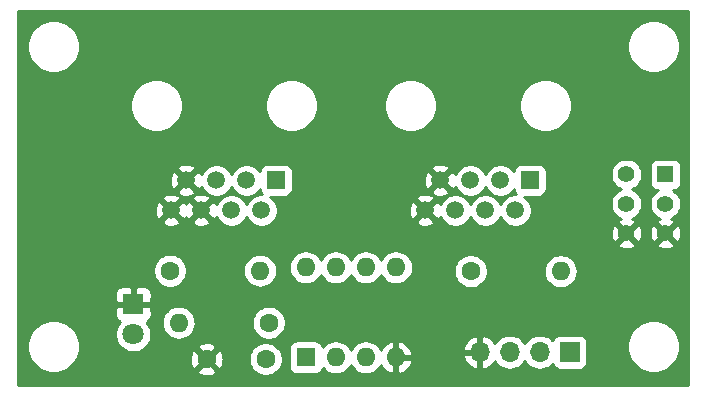
<source format=gbr>
G04 #@! TF.GenerationSoftware,KiCad,Pcbnew,(5.1.4)-1*
G04 #@! TF.CreationDate,2019-10-04T13:17:30-04:00*
G04 #@! TF.ProjectId,PB_16,50425f31-362e-46b6-9963-61645f706362,2*
G04 #@! TF.SameCoordinates,Original*
G04 #@! TF.FileFunction,Copper,L2,Bot*
G04 #@! TF.FilePolarity,Positive*
%FSLAX46Y46*%
G04 Gerber Fmt 4.6, Leading zero omitted, Abs format (unit mm)*
G04 Created by KiCad (PCBNEW (5.1.4)-1) date 2019-10-04 13:17:30*
%MOMM*%
%LPD*%
G04 APERTURE LIST*
%ADD10O,1.600000X1.600000*%
%ADD11R,1.600000X1.600000*%
%ADD12C,1.400000*%
%ADD13R,1.400000X1.400000*%
%ADD14C,1.600000*%
%ADD15O,1.700000X1.700000*%
%ADD16R,1.700000X1.700000*%
%ADD17C,1.500000*%
%ADD18R,1.500000X1.500000*%
%ADD19C,1.800000*%
%ADD20R,1.800000X1.800000*%
%ADD21C,0.800000*%
%ADD22C,0.254000*%
G04 APERTURE END LIST*
D10*
X109000000Y-92380000D03*
X116620000Y-100000000D03*
X111540000Y-92380000D03*
X114080000Y-100000000D03*
X114080000Y-92380000D03*
X111540000Y-100000000D03*
X116620000Y-92380000D03*
D11*
X109000000Y-100000000D03*
D12*
X136150000Y-89500000D03*
X136150000Y-87000000D03*
X136150000Y-84500000D03*
X139450000Y-89500000D03*
X139450000Y-87000000D03*
D13*
X139450000Y-84500000D03*
D10*
X98230000Y-97050000D03*
D14*
X105850000Y-97050000D03*
D10*
X130570000Y-92700000D03*
D14*
X122950000Y-92700000D03*
D10*
X105120000Y-92650000D03*
D14*
X97500000Y-92650000D03*
D15*
X123730000Y-99550000D03*
X126270000Y-99550000D03*
X128810000Y-99550000D03*
D16*
X131350000Y-99550000D03*
D17*
X119110000Y-87540000D03*
X120380000Y-85000000D03*
X121650000Y-87540000D03*
X122920000Y-85000000D03*
X124190000Y-87540000D03*
X125460000Y-85000000D03*
X126730000Y-87540000D03*
D18*
X128000000Y-85000000D03*
D17*
X97610000Y-87540000D03*
X98880000Y-85000000D03*
X100150000Y-87540000D03*
X101420000Y-85000000D03*
X102690000Y-87540000D03*
X103960000Y-85000000D03*
X105230000Y-87540000D03*
D18*
X106500000Y-85000000D03*
D19*
X94400000Y-98040000D03*
D20*
X94400000Y-95500000D03*
D14*
X100600000Y-100150000D03*
X105600000Y-100150000D03*
D21*
X133750000Y-101550000D03*
X140500000Y-93550000D03*
X128400000Y-94700000D03*
X116250000Y-95050000D03*
X108100000Y-95150000D03*
X107750000Y-89200000D03*
X121350000Y-91000000D03*
X140750000Y-82400000D03*
X140200000Y-77700000D03*
X135000000Y-72250000D03*
X117300000Y-71850000D03*
X133150000Y-81150000D03*
X133550000Y-93050000D03*
X107300000Y-101900000D03*
X103600000Y-96300000D03*
X91550000Y-101300000D03*
X101950000Y-73750000D03*
X92250000Y-84300000D03*
X91900000Y-91350000D03*
X92200000Y-73900000D03*
X112850000Y-82800000D03*
X86450000Y-78000000D03*
X86450000Y-94150000D03*
X112850000Y-90100000D03*
D22*
G36*
X141340001Y-102340000D02*
G01*
X84660000Y-102340000D01*
X84660000Y-98839872D01*
X85395000Y-98839872D01*
X85395000Y-99280128D01*
X85480890Y-99711925D01*
X85649369Y-100118669D01*
X85893962Y-100484729D01*
X86205271Y-100796038D01*
X86571331Y-101040631D01*
X86978075Y-101209110D01*
X87409872Y-101295000D01*
X87850128Y-101295000D01*
X88281925Y-101209110D01*
X88442247Y-101142702D01*
X99786903Y-101142702D01*
X99858486Y-101386671D01*
X100113996Y-101507571D01*
X100388184Y-101576300D01*
X100670512Y-101590217D01*
X100950130Y-101548787D01*
X101216292Y-101453603D01*
X101341514Y-101386671D01*
X101413097Y-101142702D01*
X100600000Y-100329605D01*
X99786903Y-101142702D01*
X88442247Y-101142702D01*
X88688669Y-101040631D01*
X89054729Y-100796038D01*
X89366038Y-100484729D01*
X89542581Y-100220512D01*
X99159783Y-100220512D01*
X99201213Y-100500130D01*
X99296397Y-100766292D01*
X99363329Y-100891514D01*
X99607298Y-100963097D01*
X100420395Y-100150000D01*
X100779605Y-100150000D01*
X101592702Y-100963097D01*
X101836671Y-100891514D01*
X101957571Y-100636004D01*
X102026300Y-100361816D01*
X102040217Y-100079488D01*
X102029724Y-100008665D01*
X104165000Y-100008665D01*
X104165000Y-100291335D01*
X104220147Y-100568574D01*
X104328320Y-100829727D01*
X104485363Y-101064759D01*
X104685241Y-101264637D01*
X104920273Y-101421680D01*
X105181426Y-101529853D01*
X105458665Y-101585000D01*
X105741335Y-101585000D01*
X106018574Y-101529853D01*
X106279727Y-101421680D01*
X106514759Y-101264637D01*
X106714637Y-101064759D01*
X106871680Y-100829727D01*
X106979853Y-100568574D01*
X107035000Y-100291335D01*
X107035000Y-100008665D01*
X106979853Y-99731426D01*
X106871680Y-99470273D01*
X106714637Y-99235241D01*
X106679396Y-99200000D01*
X107561928Y-99200000D01*
X107561928Y-100800000D01*
X107574188Y-100924482D01*
X107610498Y-101044180D01*
X107669463Y-101154494D01*
X107748815Y-101251185D01*
X107845506Y-101330537D01*
X107955820Y-101389502D01*
X108075518Y-101425812D01*
X108200000Y-101438072D01*
X109800000Y-101438072D01*
X109924482Y-101425812D01*
X110044180Y-101389502D01*
X110154494Y-101330537D01*
X110251185Y-101251185D01*
X110330537Y-101154494D01*
X110389502Y-101044180D01*
X110425812Y-100924482D01*
X110427581Y-100906518D01*
X110520392Y-101019608D01*
X110738899Y-101198932D01*
X110988192Y-101332182D01*
X111258691Y-101414236D01*
X111469508Y-101435000D01*
X111610492Y-101435000D01*
X111821309Y-101414236D01*
X112091808Y-101332182D01*
X112341101Y-101198932D01*
X112559608Y-101019608D01*
X112738932Y-100801101D01*
X112810000Y-100668142D01*
X112881068Y-100801101D01*
X113060392Y-101019608D01*
X113278899Y-101198932D01*
X113528192Y-101332182D01*
X113798691Y-101414236D01*
X114009508Y-101435000D01*
X114150492Y-101435000D01*
X114361309Y-101414236D01*
X114631808Y-101332182D01*
X114881101Y-101198932D01*
X115099608Y-101019608D01*
X115278932Y-100801101D01*
X115352579Y-100663318D01*
X115467615Y-100855131D01*
X115656586Y-101063519D01*
X115882580Y-101231037D01*
X116136913Y-101351246D01*
X116270961Y-101391904D01*
X116493000Y-101269915D01*
X116493000Y-100127000D01*
X116747000Y-100127000D01*
X116747000Y-101269915D01*
X116969039Y-101391904D01*
X117103087Y-101351246D01*
X117357420Y-101231037D01*
X117583414Y-101063519D01*
X117772385Y-100855131D01*
X117917070Y-100613881D01*
X118011909Y-100349040D01*
X117890624Y-100127000D01*
X116747000Y-100127000D01*
X116493000Y-100127000D01*
X116473000Y-100127000D01*
X116473000Y-99906891D01*
X122288519Y-99906891D01*
X122385843Y-100181252D01*
X122534822Y-100431355D01*
X122729731Y-100647588D01*
X122963080Y-100821641D01*
X123225901Y-100946825D01*
X123373110Y-100991476D01*
X123603000Y-100870155D01*
X123603000Y-99677000D01*
X122409186Y-99677000D01*
X122288519Y-99906891D01*
X116473000Y-99906891D01*
X116473000Y-99873000D01*
X116493000Y-99873000D01*
X116493000Y-98730085D01*
X116747000Y-98730085D01*
X116747000Y-99873000D01*
X117890624Y-99873000D01*
X118011909Y-99650960D01*
X117917070Y-99386119D01*
X117801317Y-99193109D01*
X122288519Y-99193109D01*
X122409186Y-99423000D01*
X123603000Y-99423000D01*
X123603000Y-98229845D01*
X123857000Y-98229845D01*
X123857000Y-99423000D01*
X123877000Y-99423000D01*
X123877000Y-99677000D01*
X123857000Y-99677000D01*
X123857000Y-100870155D01*
X124086890Y-100991476D01*
X124234099Y-100946825D01*
X124496920Y-100821641D01*
X124730269Y-100647588D01*
X124925178Y-100431355D01*
X124994799Y-100314477D01*
X125029294Y-100379014D01*
X125214866Y-100605134D01*
X125440986Y-100790706D01*
X125698966Y-100928599D01*
X125978889Y-101013513D01*
X126197050Y-101035000D01*
X126342950Y-101035000D01*
X126561111Y-101013513D01*
X126841034Y-100928599D01*
X127099014Y-100790706D01*
X127325134Y-100605134D01*
X127510706Y-100379014D01*
X127540000Y-100324209D01*
X127569294Y-100379014D01*
X127754866Y-100605134D01*
X127980986Y-100790706D01*
X128238966Y-100928599D01*
X128518889Y-101013513D01*
X128737050Y-101035000D01*
X128882950Y-101035000D01*
X129101111Y-101013513D01*
X129381034Y-100928599D01*
X129639014Y-100790706D01*
X129865134Y-100605134D01*
X129889607Y-100575313D01*
X129910498Y-100644180D01*
X129969463Y-100754494D01*
X130048815Y-100851185D01*
X130145506Y-100930537D01*
X130255820Y-100989502D01*
X130375518Y-101025812D01*
X130500000Y-101038072D01*
X132200000Y-101038072D01*
X132324482Y-101025812D01*
X132444180Y-100989502D01*
X132554494Y-100930537D01*
X132651185Y-100851185D01*
X132730537Y-100754494D01*
X132789502Y-100644180D01*
X132825812Y-100524482D01*
X132838072Y-100400000D01*
X132838072Y-98839872D01*
X136195000Y-98839872D01*
X136195000Y-99280128D01*
X136280890Y-99711925D01*
X136449369Y-100118669D01*
X136693962Y-100484729D01*
X137005271Y-100796038D01*
X137371331Y-101040631D01*
X137778075Y-101209110D01*
X138209872Y-101295000D01*
X138650128Y-101295000D01*
X139081925Y-101209110D01*
X139488669Y-101040631D01*
X139854729Y-100796038D01*
X140166038Y-100484729D01*
X140410631Y-100118669D01*
X140579110Y-99711925D01*
X140665000Y-99280128D01*
X140665000Y-98839872D01*
X140579110Y-98408075D01*
X140410631Y-98001331D01*
X140166038Y-97635271D01*
X139854729Y-97323962D01*
X139488669Y-97079369D01*
X139081925Y-96910890D01*
X138650128Y-96825000D01*
X138209872Y-96825000D01*
X137778075Y-96910890D01*
X137371331Y-97079369D01*
X137005271Y-97323962D01*
X136693962Y-97635271D01*
X136449369Y-98001331D01*
X136280890Y-98408075D01*
X136195000Y-98839872D01*
X132838072Y-98839872D01*
X132838072Y-98700000D01*
X132825812Y-98575518D01*
X132789502Y-98455820D01*
X132730537Y-98345506D01*
X132651185Y-98248815D01*
X132554494Y-98169463D01*
X132444180Y-98110498D01*
X132324482Y-98074188D01*
X132200000Y-98061928D01*
X130500000Y-98061928D01*
X130375518Y-98074188D01*
X130255820Y-98110498D01*
X130145506Y-98169463D01*
X130048815Y-98248815D01*
X129969463Y-98345506D01*
X129910498Y-98455820D01*
X129889607Y-98524687D01*
X129865134Y-98494866D01*
X129639014Y-98309294D01*
X129381034Y-98171401D01*
X129101111Y-98086487D01*
X128882950Y-98065000D01*
X128737050Y-98065000D01*
X128518889Y-98086487D01*
X128238966Y-98171401D01*
X127980986Y-98309294D01*
X127754866Y-98494866D01*
X127569294Y-98720986D01*
X127540000Y-98775791D01*
X127510706Y-98720986D01*
X127325134Y-98494866D01*
X127099014Y-98309294D01*
X126841034Y-98171401D01*
X126561111Y-98086487D01*
X126342950Y-98065000D01*
X126197050Y-98065000D01*
X125978889Y-98086487D01*
X125698966Y-98171401D01*
X125440986Y-98309294D01*
X125214866Y-98494866D01*
X125029294Y-98720986D01*
X124994799Y-98785523D01*
X124925178Y-98668645D01*
X124730269Y-98452412D01*
X124496920Y-98278359D01*
X124234099Y-98153175D01*
X124086890Y-98108524D01*
X123857000Y-98229845D01*
X123603000Y-98229845D01*
X123373110Y-98108524D01*
X123225901Y-98153175D01*
X122963080Y-98278359D01*
X122729731Y-98452412D01*
X122534822Y-98668645D01*
X122385843Y-98918748D01*
X122288519Y-99193109D01*
X117801317Y-99193109D01*
X117772385Y-99144869D01*
X117583414Y-98936481D01*
X117357420Y-98768963D01*
X117103087Y-98648754D01*
X116969039Y-98608096D01*
X116747000Y-98730085D01*
X116493000Y-98730085D01*
X116270961Y-98608096D01*
X116136913Y-98648754D01*
X115882580Y-98768963D01*
X115656586Y-98936481D01*
X115467615Y-99144869D01*
X115352579Y-99336682D01*
X115278932Y-99198899D01*
X115099608Y-98980392D01*
X114881101Y-98801068D01*
X114631808Y-98667818D01*
X114361309Y-98585764D01*
X114150492Y-98565000D01*
X114009508Y-98565000D01*
X113798691Y-98585764D01*
X113528192Y-98667818D01*
X113278899Y-98801068D01*
X113060392Y-98980392D01*
X112881068Y-99198899D01*
X112810000Y-99331858D01*
X112738932Y-99198899D01*
X112559608Y-98980392D01*
X112341101Y-98801068D01*
X112091808Y-98667818D01*
X111821309Y-98585764D01*
X111610492Y-98565000D01*
X111469508Y-98565000D01*
X111258691Y-98585764D01*
X110988192Y-98667818D01*
X110738899Y-98801068D01*
X110520392Y-98980392D01*
X110427581Y-99093482D01*
X110425812Y-99075518D01*
X110389502Y-98955820D01*
X110330537Y-98845506D01*
X110251185Y-98748815D01*
X110154494Y-98669463D01*
X110044180Y-98610498D01*
X109924482Y-98574188D01*
X109800000Y-98561928D01*
X108200000Y-98561928D01*
X108075518Y-98574188D01*
X107955820Y-98610498D01*
X107845506Y-98669463D01*
X107748815Y-98748815D01*
X107669463Y-98845506D01*
X107610498Y-98955820D01*
X107574188Y-99075518D01*
X107561928Y-99200000D01*
X106679396Y-99200000D01*
X106514759Y-99035363D01*
X106279727Y-98878320D01*
X106018574Y-98770147D01*
X105741335Y-98715000D01*
X105458665Y-98715000D01*
X105181426Y-98770147D01*
X104920273Y-98878320D01*
X104685241Y-99035363D01*
X104485363Y-99235241D01*
X104328320Y-99470273D01*
X104220147Y-99731426D01*
X104165000Y-100008665D01*
X102029724Y-100008665D01*
X101998787Y-99799870D01*
X101903603Y-99533708D01*
X101836671Y-99408486D01*
X101592702Y-99336903D01*
X100779605Y-100150000D01*
X100420395Y-100150000D01*
X99607298Y-99336903D01*
X99363329Y-99408486D01*
X99242429Y-99663996D01*
X99173700Y-99938184D01*
X99159783Y-100220512D01*
X89542581Y-100220512D01*
X89610631Y-100118669D01*
X89779110Y-99711925D01*
X89865000Y-99280128D01*
X89865000Y-98839872D01*
X89779110Y-98408075D01*
X89610631Y-98001331D01*
X89366038Y-97635271D01*
X89054729Y-97323962D01*
X88688669Y-97079369D01*
X88281925Y-96910890D01*
X87850128Y-96825000D01*
X87409872Y-96825000D01*
X86978075Y-96910890D01*
X86571331Y-97079369D01*
X86205271Y-97323962D01*
X85893962Y-97635271D01*
X85649369Y-98001331D01*
X85480890Y-98408075D01*
X85395000Y-98839872D01*
X84660000Y-98839872D01*
X84660000Y-96400000D01*
X92861928Y-96400000D01*
X92874188Y-96524482D01*
X92910498Y-96644180D01*
X92969463Y-96754494D01*
X93048815Y-96851185D01*
X93145506Y-96930537D01*
X93255820Y-96989502D01*
X93274127Y-96995056D01*
X93207688Y-97061495D01*
X93039701Y-97312905D01*
X92923989Y-97592257D01*
X92865000Y-97888816D01*
X92865000Y-98191184D01*
X92923989Y-98487743D01*
X93039701Y-98767095D01*
X93207688Y-99018505D01*
X93421495Y-99232312D01*
X93672905Y-99400299D01*
X93952257Y-99516011D01*
X94248816Y-99575000D01*
X94551184Y-99575000D01*
X94847743Y-99516011D01*
X95127095Y-99400299D01*
X95378505Y-99232312D01*
X95453519Y-99157298D01*
X99786903Y-99157298D01*
X100600000Y-99970395D01*
X101413097Y-99157298D01*
X101341514Y-98913329D01*
X101086004Y-98792429D01*
X100811816Y-98723700D01*
X100529488Y-98709783D01*
X100249870Y-98751213D01*
X99983708Y-98846397D01*
X99858486Y-98913329D01*
X99786903Y-99157298D01*
X95453519Y-99157298D01*
X95592312Y-99018505D01*
X95760299Y-98767095D01*
X95876011Y-98487743D01*
X95935000Y-98191184D01*
X95935000Y-97888816D01*
X95876011Y-97592257D01*
X95760299Y-97312905D01*
X95592312Y-97061495D01*
X95580817Y-97050000D01*
X96788057Y-97050000D01*
X96815764Y-97331309D01*
X96897818Y-97601808D01*
X97031068Y-97851101D01*
X97210392Y-98069608D01*
X97428899Y-98248932D01*
X97678192Y-98382182D01*
X97948691Y-98464236D01*
X98159508Y-98485000D01*
X98300492Y-98485000D01*
X98511309Y-98464236D01*
X98781808Y-98382182D01*
X99031101Y-98248932D01*
X99249608Y-98069608D01*
X99428932Y-97851101D01*
X99562182Y-97601808D01*
X99644236Y-97331309D01*
X99671943Y-97050000D01*
X99658023Y-96908665D01*
X104415000Y-96908665D01*
X104415000Y-97191335D01*
X104470147Y-97468574D01*
X104578320Y-97729727D01*
X104735363Y-97964759D01*
X104935241Y-98164637D01*
X105170273Y-98321680D01*
X105431426Y-98429853D01*
X105708665Y-98485000D01*
X105991335Y-98485000D01*
X106268574Y-98429853D01*
X106529727Y-98321680D01*
X106764759Y-98164637D01*
X106964637Y-97964759D01*
X107121680Y-97729727D01*
X107229853Y-97468574D01*
X107285000Y-97191335D01*
X107285000Y-96908665D01*
X107229853Y-96631426D01*
X107121680Y-96370273D01*
X106964637Y-96135241D01*
X106764759Y-95935363D01*
X106529727Y-95778320D01*
X106268574Y-95670147D01*
X105991335Y-95615000D01*
X105708665Y-95615000D01*
X105431426Y-95670147D01*
X105170273Y-95778320D01*
X104935241Y-95935363D01*
X104735363Y-96135241D01*
X104578320Y-96370273D01*
X104470147Y-96631426D01*
X104415000Y-96908665D01*
X99658023Y-96908665D01*
X99644236Y-96768691D01*
X99562182Y-96498192D01*
X99428932Y-96248899D01*
X99249608Y-96030392D01*
X99031101Y-95851068D01*
X98781808Y-95717818D01*
X98511309Y-95635764D01*
X98300492Y-95615000D01*
X98159508Y-95615000D01*
X97948691Y-95635764D01*
X97678192Y-95717818D01*
X97428899Y-95851068D01*
X97210392Y-96030392D01*
X97031068Y-96248899D01*
X96897818Y-96498192D01*
X96815764Y-96768691D01*
X96788057Y-97050000D01*
X95580817Y-97050000D01*
X95525873Y-96995056D01*
X95544180Y-96989502D01*
X95654494Y-96930537D01*
X95751185Y-96851185D01*
X95830537Y-96754494D01*
X95889502Y-96644180D01*
X95925812Y-96524482D01*
X95938072Y-96400000D01*
X95935000Y-95785750D01*
X95776250Y-95627000D01*
X94527000Y-95627000D01*
X94527000Y-95647000D01*
X94273000Y-95647000D01*
X94273000Y-95627000D01*
X93023750Y-95627000D01*
X92865000Y-95785750D01*
X92861928Y-96400000D01*
X84660000Y-96400000D01*
X84660000Y-94600000D01*
X92861928Y-94600000D01*
X92865000Y-95214250D01*
X93023750Y-95373000D01*
X94273000Y-95373000D01*
X94273000Y-94123750D01*
X94527000Y-94123750D01*
X94527000Y-95373000D01*
X95776250Y-95373000D01*
X95935000Y-95214250D01*
X95938072Y-94600000D01*
X95925812Y-94475518D01*
X95889502Y-94355820D01*
X95830537Y-94245506D01*
X95751185Y-94148815D01*
X95654494Y-94069463D01*
X95544180Y-94010498D01*
X95424482Y-93974188D01*
X95300000Y-93961928D01*
X94685750Y-93965000D01*
X94527000Y-94123750D01*
X94273000Y-94123750D01*
X94114250Y-93965000D01*
X93500000Y-93961928D01*
X93375518Y-93974188D01*
X93255820Y-94010498D01*
X93145506Y-94069463D01*
X93048815Y-94148815D01*
X92969463Y-94245506D01*
X92910498Y-94355820D01*
X92874188Y-94475518D01*
X92861928Y-94600000D01*
X84660000Y-94600000D01*
X84660000Y-92508665D01*
X96065000Y-92508665D01*
X96065000Y-92791335D01*
X96120147Y-93068574D01*
X96228320Y-93329727D01*
X96385363Y-93564759D01*
X96585241Y-93764637D01*
X96820273Y-93921680D01*
X97081426Y-94029853D01*
X97358665Y-94085000D01*
X97641335Y-94085000D01*
X97918574Y-94029853D01*
X98179727Y-93921680D01*
X98414759Y-93764637D01*
X98614637Y-93564759D01*
X98771680Y-93329727D01*
X98879853Y-93068574D01*
X98935000Y-92791335D01*
X98935000Y-92650000D01*
X103678057Y-92650000D01*
X103705764Y-92931309D01*
X103787818Y-93201808D01*
X103921068Y-93451101D01*
X104100392Y-93669608D01*
X104318899Y-93848932D01*
X104568192Y-93982182D01*
X104838691Y-94064236D01*
X105049508Y-94085000D01*
X105190492Y-94085000D01*
X105401309Y-94064236D01*
X105671808Y-93982182D01*
X105921101Y-93848932D01*
X106139608Y-93669608D01*
X106318932Y-93451101D01*
X106452182Y-93201808D01*
X106534236Y-92931309D01*
X106561943Y-92650000D01*
X106535350Y-92380000D01*
X107558057Y-92380000D01*
X107585764Y-92661309D01*
X107667818Y-92931808D01*
X107801068Y-93181101D01*
X107980392Y-93399608D01*
X108198899Y-93578932D01*
X108448192Y-93712182D01*
X108718691Y-93794236D01*
X108929508Y-93815000D01*
X109070492Y-93815000D01*
X109281309Y-93794236D01*
X109551808Y-93712182D01*
X109801101Y-93578932D01*
X110019608Y-93399608D01*
X110198932Y-93181101D01*
X110270000Y-93048142D01*
X110341068Y-93181101D01*
X110520392Y-93399608D01*
X110738899Y-93578932D01*
X110988192Y-93712182D01*
X111258691Y-93794236D01*
X111469508Y-93815000D01*
X111610492Y-93815000D01*
X111821309Y-93794236D01*
X112091808Y-93712182D01*
X112341101Y-93578932D01*
X112559608Y-93399608D01*
X112738932Y-93181101D01*
X112810000Y-93048142D01*
X112881068Y-93181101D01*
X113060392Y-93399608D01*
X113278899Y-93578932D01*
X113528192Y-93712182D01*
X113798691Y-93794236D01*
X114009508Y-93815000D01*
X114150492Y-93815000D01*
X114361309Y-93794236D01*
X114631808Y-93712182D01*
X114881101Y-93578932D01*
X115099608Y-93399608D01*
X115278932Y-93181101D01*
X115350000Y-93048142D01*
X115421068Y-93181101D01*
X115600392Y-93399608D01*
X115818899Y-93578932D01*
X116068192Y-93712182D01*
X116338691Y-93794236D01*
X116549508Y-93815000D01*
X116690492Y-93815000D01*
X116901309Y-93794236D01*
X117171808Y-93712182D01*
X117421101Y-93578932D01*
X117639608Y-93399608D01*
X117818932Y-93181101D01*
X117952182Y-92931808D01*
X118034236Y-92661309D01*
X118044345Y-92558665D01*
X121515000Y-92558665D01*
X121515000Y-92841335D01*
X121570147Y-93118574D01*
X121678320Y-93379727D01*
X121835363Y-93614759D01*
X122035241Y-93814637D01*
X122270273Y-93971680D01*
X122531426Y-94079853D01*
X122808665Y-94135000D01*
X123091335Y-94135000D01*
X123368574Y-94079853D01*
X123629727Y-93971680D01*
X123864759Y-93814637D01*
X124064637Y-93614759D01*
X124221680Y-93379727D01*
X124329853Y-93118574D01*
X124385000Y-92841335D01*
X124385000Y-92700000D01*
X129128057Y-92700000D01*
X129155764Y-92981309D01*
X129237818Y-93251808D01*
X129371068Y-93501101D01*
X129550392Y-93719608D01*
X129768899Y-93898932D01*
X130018192Y-94032182D01*
X130288691Y-94114236D01*
X130499508Y-94135000D01*
X130640492Y-94135000D01*
X130851309Y-94114236D01*
X131121808Y-94032182D01*
X131371101Y-93898932D01*
X131589608Y-93719608D01*
X131768932Y-93501101D01*
X131902182Y-93251808D01*
X131984236Y-92981309D01*
X132011943Y-92700000D01*
X131984236Y-92418691D01*
X131902182Y-92148192D01*
X131768932Y-91898899D01*
X131589608Y-91680392D01*
X131371101Y-91501068D01*
X131121808Y-91367818D01*
X130851309Y-91285764D01*
X130640492Y-91265000D01*
X130499508Y-91265000D01*
X130288691Y-91285764D01*
X130018192Y-91367818D01*
X129768899Y-91501068D01*
X129550392Y-91680392D01*
X129371068Y-91898899D01*
X129237818Y-92148192D01*
X129155764Y-92418691D01*
X129128057Y-92700000D01*
X124385000Y-92700000D01*
X124385000Y-92558665D01*
X124329853Y-92281426D01*
X124221680Y-92020273D01*
X124064637Y-91785241D01*
X123864759Y-91585363D01*
X123629727Y-91428320D01*
X123368574Y-91320147D01*
X123091335Y-91265000D01*
X122808665Y-91265000D01*
X122531426Y-91320147D01*
X122270273Y-91428320D01*
X122035241Y-91585363D01*
X121835363Y-91785241D01*
X121678320Y-92020273D01*
X121570147Y-92281426D01*
X121515000Y-92558665D01*
X118044345Y-92558665D01*
X118061943Y-92380000D01*
X118034236Y-92098691D01*
X117952182Y-91828192D01*
X117818932Y-91578899D01*
X117639608Y-91360392D01*
X117421101Y-91181068D01*
X117171808Y-91047818D01*
X116901309Y-90965764D01*
X116690492Y-90945000D01*
X116549508Y-90945000D01*
X116338691Y-90965764D01*
X116068192Y-91047818D01*
X115818899Y-91181068D01*
X115600392Y-91360392D01*
X115421068Y-91578899D01*
X115350000Y-91711858D01*
X115278932Y-91578899D01*
X115099608Y-91360392D01*
X114881101Y-91181068D01*
X114631808Y-91047818D01*
X114361309Y-90965764D01*
X114150492Y-90945000D01*
X114009508Y-90945000D01*
X113798691Y-90965764D01*
X113528192Y-91047818D01*
X113278899Y-91181068D01*
X113060392Y-91360392D01*
X112881068Y-91578899D01*
X112810000Y-91711858D01*
X112738932Y-91578899D01*
X112559608Y-91360392D01*
X112341101Y-91181068D01*
X112091808Y-91047818D01*
X111821309Y-90965764D01*
X111610492Y-90945000D01*
X111469508Y-90945000D01*
X111258691Y-90965764D01*
X110988192Y-91047818D01*
X110738899Y-91181068D01*
X110520392Y-91360392D01*
X110341068Y-91578899D01*
X110270000Y-91711858D01*
X110198932Y-91578899D01*
X110019608Y-91360392D01*
X109801101Y-91181068D01*
X109551808Y-91047818D01*
X109281309Y-90965764D01*
X109070492Y-90945000D01*
X108929508Y-90945000D01*
X108718691Y-90965764D01*
X108448192Y-91047818D01*
X108198899Y-91181068D01*
X107980392Y-91360392D01*
X107801068Y-91578899D01*
X107667818Y-91828192D01*
X107585764Y-92098691D01*
X107558057Y-92380000D01*
X106535350Y-92380000D01*
X106534236Y-92368691D01*
X106452182Y-92098192D01*
X106318932Y-91848899D01*
X106139608Y-91630392D01*
X105921101Y-91451068D01*
X105671808Y-91317818D01*
X105401309Y-91235764D01*
X105190492Y-91215000D01*
X105049508Y-91215000D01*
X104838691Y-91235764D01*
X104568192Y-91317818D01*
X104318899Y-91451068D01*
X104100392Y-91630392D01*
X103921068Y-91848899D01*
X103787818Y-92098192D01*
X103705764Y-92368691D01*
X103678057Y-92650000D01*
X98935000Y-92650000D01*
X98935000Y-92508665D01*
X98879853Y-92231426D01*
X98771680Y-91970273D01*
X98614637Y-91735241D01*
X98414759Y-91535363D01*
X98179727Y-91378320D01*
X97918574Y-91270147D01*
X97641335Y-91215000D01*
X97358665Y-91215000D01*
X97081426Y-91270147D01*
X96820273Y-91378320D01*
X96585241Y-91535363D01*
X96385363Y-91735241D01*
X96228320Y-91970273D01*
X96120147Y-92231426D01*
X96065000Y-92508665D01*
X84660000Y-92508665D01*
X84660000Y-90421269D01*
X135408336Y-90421269D01*
X135467797Y-90655037D01*
X135706242Y-90765934D01*
X135961740Y-90828183D01*
X136224473Y-90839390D01*
X136484344Y-90799125D01*
X136731366Y-90708935D01*
X136832203Y-90655037D01*
X136891664Y-90421269D01*
X138708336Y-90421269D01*
X138767797Y-90655037D01*
X139006242Y-90765934D01*
X139261740Y-90828183D01*
X139524473Y-90839390D01*
X139784344Y-90799125D01*
X140031366Y-90708935D01*
X140132203Y-90655037D01*
X140191664Y-90421269D01*
X139450000Y-89679605D01*
X138708336Y-90421269D01*
X136891664Y-90421269D01*
X136150000Y-89679605D01*
X135408336Y-90421269D01*
X84660000Y-90421269D01*
X84660000Y-89574473D01*
X134810610Y-89574473D01*
X134850875Y-89834344D01*
X134941065Y-90081366D01*
X134994963Y-90182203D01*
X135228731Y-90241664D01*
X135970395Y-89500000D01*
X136329605Y-89500000D01*
X137071269Y-90241664D01*
X137305037Y-90182203D01*
X137415934Y-89943758D01*
X137478183Y-89688260D01*
X137483036Y-89574473D01*
X138110610Y-89574473D01*
X138150875Y-89834344D01*
X138241065Y-90081366D01*
X138294963Y-90182203D01*
X138528731Y-90241664D01*
X139270395Y-89500000D01*
X139629605Y-89500000D01*
X140371269Y-90241664D01*
X140605037Y-90182203D01*
X140715934Y-89943758D01*
X140778183Y-89688260D01*
X140789390Y-89425527D01*
X140749125Y-89165656D01*
X140658935Y-88918634D01*
X140605037Y-88817797D01*
X140371269Y-88758336D01*
X139629605Y-89500000D01*
X139270395Y-89500000D01*
X138528731Y-88758336D01*
X138294963Y-88817797D01*
X138184066Y-89056242D01*
X138121817Y-89311740D01*
X138110610Y-89574473D01*
X137483036Y-89574473D01*
X137489390Y-89425527D01*
X137449125Y-89165656D01*
X137358935Y-88918634D01*
X137305037Y-88817797D01*
X137071269Y-88758336D01*
X136329605Y-89500000D01*
X135970395Y-89500000D01*
X135228731Y-88758336D01*
X134994963Y-88817797D01*
X134884066Y-89056242D01*
X134821817Y-89311740D01*
X134810610Y-89574473D01*
X84660000Y-89574473D01*
X84660000Y-88496993D01*
X96832612Y-88496993D01*
X96898137Y-88735860D01*
X97145116Y-88851760D01*
X97409960Y-88917250D01*
X97682492Y-88929812D01*
X97952238Y-88888965D01*
X98208832Y-88796277D01*
X98321863Y-88735860D01*
X98387388Y-88496993D01*
X99372612Y-88496993D01*
X99438137Y-88735860D01*
X99685116Y-88851760D01*
X99949960Y-88917250D01*
X100222492Y-88929812D01*
X100492238Y-88888965D01*
X100748832Y-88796277D01*
X100861863Y-88735860D01*
X100927388Y-88496993D01*
X100150000Y-87719605D01*
X99372612Y-88496993D01*
X98387388Y-88496993D01*
X97610000Y-87719605D01*
X96832612Y-88496993D01*
X84660000Y-88496993D01*
X84660000Y-87612492D01*
X96220188Y-87612492D01*
X96261035Y-87882238D01*
X96353723Y-88138832D01*
X96414140Y-88251863D01*
X96653007Y-88317388D01*
X97430395Y-87540000D01*
X97789605Y-87540000D01*
X98566993Y-88317388D01*
X98805860Y-88251863D01*
X98878578Y-88096904D01*
X98893723Y-88138832D01*
X98954140Y-88251863D01*
X99193007Y-88317388D01*
X99970395Y-87540000D01*
X99193007Y-86762612D01*
X98954140Y-86828137D01*
X98881422Y-86983096D01*
X98866277Y-86941168D01*
X98805860Y-86828137D01*
X98566993Y-86762612D01*
X97789605Y-87540000D01*
X97430395Y-87540000D01*
X96653007Y-86762612D01*
X96414140Y-86828137D01*
X96298240Y-87075116D01*
X96232750Y-87339960D01*
X96220188Y-87612492D01*
X84660000Y-87612492D01*
X84660000Y-86583007D01*
X96832612Y-86583007D01*
X97610000Y-87360395D01*
X98387388Y-86583007D01*
X99372612Y-86583007D01*
X100150000Y-87360395D01*
X100927388Y-86583007D01*
X100861863Y-86344140D01*
X100614884Y-86228240D01*
X100350040Y-86162750D01*
X100077508Y-86150188D01*
X99807762Y-86191035D01*
X99551168Y-86283723D01*
X99438137Y-86344140D01*
X99372612Y-86583007D01*
X98387388Y-86583007D01*
X98321863Y-86344140D01*
X98074884Y-86228240D01*
X97810040Y-86162750D01*
X97537508Y-86150188D01*
X97267762Y-86191035D01*
X97011168Y-86283723D01*
X96898137Y-86344140D01*
X96832612Y-86583007D01*
X84660000Y-86583007D01*
X84660000Y-85956993D01*
X98102612Y-85956993D01*
X98168137Y-86195860D01*
X98415116Y-86311760D01*
X98679960Y-86377250D01*
X98952492Y-86389812D01*
X99222238Y-86348965D01*
X99478832Y-86256277D01*
X99591863Y-86195860D01*
X99657388Y-85956993D01*
X98880000Y-85179605D01*
X98102612Y-85956993D01*
X84660000Y-85956993D01*
X84660000Y-85072492D01*
X97490188Y-85072492D01*
X97531035Y-85342238D01*
X97623723Y-85598832D01*
X97684140Y-85711863D01*
X97923007Y-85777388D01*
X98700395Y-85000000D01*
X99059605Y-85000000D01*
X99836993Y-85777388D01*
X100075860Y-85711863D01*
X100150164Y-85553523D01*
X100192629Y-85656043D01*
X100344201Y-85882886D01*
X100537114Y-86075799D01*
X100763957Y-86227371D01*
X101016011Y-86331775D01*
X101283589Y-86385000D01*
X101556411Y-86385000D01*
X101823989Y-86331775D01*
X102076043Y-86227371D01*
X102302886Y-86075799D01*
X102495799Y-85882886D01*
X102647371Y-85656043D01*
X102690000Y-85553127D01*
X102732629Y-85656043D01*
X102884201Y-85882886D01*
X103077114Y-86075799D01*
X103303957Y-86227371D01*
X103556011Y-86331775D01*
X103823589Y-86385000D01*
X104096411Y-86385000D01*
X104363989Y-86331775D01*
X104616043Y-86227371D01*
X104842886Y-86075799D01*
X105035799Y-85882886D01*
X105113555Y-85766517D01*
X105124188Y-85874482D01*
X105160498Y-85994180D01*
X105219463Y-86104494D01*
X105260912Y-86155000D01*
X105093589Y-86155000D01*
X104826011Y-86208225D01*
X104573957Y-86312629D01*
X104347114Y-86464201D01*
X104154201Y-86657114D01*
X104002629Y-86883957D01*
X103960000Y-86986873D01*
X103917371Y-86883957D01*
X103765799Y-86657114D01*
X103572886Y-86464201D01*
X103346043Y-86312629D01*
X103093989Y-86208225D01*
X102826411Y-86155000D01*
X102553589Y-86155000D01*
X102286011Y-86208225D01*
X102033957Y-86312629D01*
X101807114Y-86464201D01*
X101614201Y-86657114D01*
X101462629Y-86883957D01*
X101421489Y-86983279D01*
X101406277Y-86941168D01*
X101345860Y-86828137D01*
X101106993Y-86762612D01*
X100329605Y-87540000D01*
X101106993Y-88317388D01*
X101345860Y-88251863D01*
X101420164Y-88093523D01*
X101462629Y-88196043D01*
X101614201Y-88422886D01*
X101807114Y-88615799D01*
X102033957Y-88767371D01*
X102286011Y-88871775D01*
X102553589Y-88925000D01*
X102826411Y-88925000D01*
X103093989Y-88871775D01*
X103346043Y-88767371D01*
X103572886Y-88615799D01*
X103765799Y-88422886D01*
X103917371Y-88196043D01*
X103960000Y-88093127D01*
X104002629Y-88196043D01*
X104154201Y-88422886D01*
X104347114Y-88615799D01*
X104573957Y-88767371D01*
X104826011Y-88871775D01*
X105093589Y-88925000D01*
X105366411Y-88925000D01*
X105633989Y-88871775D01*
X105886043Y-88767371D01*
X106112886Y-88615799D01*
X106231692Y-88496993D01*
X118332612Y-88496993D01*
X118398137Y-88735860D01*
X118645116Y-88851760D01*
X118909960Y-88917250D01*
X119182492Y-88929812D01*
X119452238Y-88888965D01*
X119708832Y-88796277D01*
X119821863Y-88735860D01*
X119887388Y-88496993D01*
X119110000Y-87719605D01*
X118332612Y-88496993D01*
X106231692Y-88496993D01*
X106305799Y-88422886D01*
X106457371Y-88196043D01*
X106561775Y-87943989D01*
X106615000Y-87676411D01*
X106615000Y-87612492D01*
X117720188Y-87612492D01*
X117761035Y-87882238D01*
X117853723Y-88138832D01*
X117914140Y-88251863D01*
X118153007Y-88317388D01*
X118930395Y-87540000D01*
X119289605Y-87540000D01*
X120066993Y-88317388D01*
X120305860Y-88251863D01*
X120380164Y-88093523D01*
X120422629Y-88196043D01*
X120574201Y-88422886D01*
X120767114Y-88615799D01*
X120993957Y-88767371D01*
X121246011Y-88871775D01*
X121513589Y-88925000D01*
X121786411Y-88925000D01*
X122053989Y-88871775D01*
X122306043Y-88767371D01*
X122532886Y-88615799D01*
X122725799Y-88422886D01*
X122877371Y-88196043D01*
X122920000Y-88093127D01*
X122962629Y-88196043D01*
X123114201Y-88422886D01*
X123307114Y-88615799D01*
X123533957Y-88767371D01*
X123786011Y-88871775D01*
X124053589Y-88925000D01*
X124326411Y-88925000D01*
X124593989Y-88871775D01*
X124846043Y-88767371D01*
X125072886Y-88615799D01*
X125265799Y-88422886D01*
X125417371Y-88196043D01*
X125460000Y-88093127D01*
X125502629Y-88196043D01*
X125654201Y-88422886D01*
X125847114Y-88615799D01*
X126073957Y-88767371D01*
X126326011Y-88871775D01*
X126593589Y-88925000D01*
X126866411Y-88925000D01*
X127133989Y-88871775D01*
X127386043Y-88767371D01*
X127612886Y-88615799D01*
X127805799Y-88422886D01*
X127957371Y-88196043D01*
X128061775Y-87943989D01*
X128115000Y-87676411D01*
X128115000Y-87403589D01*
X128061775Y-87136011D01*
X127957371Y-86883957D01*
X127805799Y-86657114D01*
X127612886Y-86464201D01*
X127498951Y-86388072D01*
X128750000Y-86388072D01*
X128874482Y-86375812D01*
X128994180Y-86339502D01*
X129104494Y-86280537D01*
X129201185Y-86201185D01*
X129280537Y-86104494D01*
X129339502Y-85994180D01*
X129375812Y-85874482D01*
X129388072Y-85750000D01*
X129388072Y-84368514D01*
X134815000Y-84368514D01*
X134815000Y-84631486D01*
X134866304Y-84889405D01*
X134966939Y-85132359D01*
X135113038Y-85351013D01*
X135298987Y-85536962D01*
X135517641Y-85683061D01*
X135679246Y-85750000D01*
X135517641Y-85816939D01*
X135298987Y-85963038D01*
X135113038Y-86148987D01*
X134966939Y-86367641D01*
X134866304Y-86610595D01*
X134815000Y-86868514D01*
X134815000Y-87131486D01*
X134866304Y-87389405D01*
X134966939Y-87632359D01*
X135113038Y-87851013D01*
X135298987Y-88036962D01*
X135517641Y-88183061D01*
X135680118Y-88250361D01*
X135568634Y-88291065D01*
X135467797Y-88344963D01*
X135408336Y-88578731D01*
X136150000Y-89320395D01*
X136891664Y-88578731D01*
X136832203Y-88344963D01*
X136624596Y-88248408D01*
X136782359Y-88183061D01*
X137001013Y-88036962D01*
X137186962Y-87851013D01*
X137333061Y-87632359D01*
X137433696Y-87389405D01*
X137485000Y-87131486D01*
X137485000Y-86868514D01*
X137433696Y-86610595D01*
X137333061Y-86367641D01*
X137186962Y-86148987D01*
X137001013Y-85963038D01*
X136782359Y-85816939D01*
X136620754Y-85750000D01*
X136782359Y-85683061D01*
X137001013Y-85536962D01*
X137186962Y-85351013D01*
X137333061Y-85132359D01*
X137433696Y-84889405D01*
X137485000Y-84631486D01*
X137485000Y-84368514D01*
X137433696Y-84110595D01*
X137333061Y-83867641D01*
X137287866Y-83800000D01*
X138111928Y-83800000D01*
X138111928Y-85200000D01*
X138124188Y-85324482D01*
X138160498Y-85444180D01*
X138219463Y-85554494D01*
X138298815Y-85651185D01*
X138395506Y-85730537D01*
X138505820Y-85789502D01*
X138625518Y-85825812D01*
X138750000Y-85838072D01*
X138786013Y-85838072D01*
X138598987Y-85963038D01*
X138413038Y-86148987D01*
X138266939Y-86367641D01*
X138166304Y-86610595D01*
X138115000Y-86868514D01*
X138115000Y-87131486D01*
X138166304Y-87389405D01*
X138266939Y-87632359D01*
X138413038Y-87851013D01*
X138598987Y-88036962D01*
X138817641Y-88183061D01*
X138980118Y-88250361D01*
X138868634Y-88291065D01*
X138767797Y-88344963D01*
X138708336Y-88578731D01*
X139450000Y-89320395D01*
X140191664Y-88578731D01*
X140132203Y-88344963D01*
X139924596Y-88248408D01*
X140082359Y-88183061D01*
X140301013Y-88036962D01*
X140486962Y-87851013D01*
X140633061Y-87632359D01*
X140733696Y-87389405D01*
X140785000Y-87131486D01*
X140785000Y-86868514D01*
X140733696Y-86610595D01*
X140633061Y-86367641D01*
X140486962Y-86148987D01*
X140301013Y-85963038D01*
X140113987Y-85838072D01*
X140150000Y-85838072D01*
X140274482Y-85825812D01*
X140394180Y-85789502D01*
X140504494Y-85730537D01*
X140601185Y-85651185D01*
X140680537Y-85554494D01*
X140739502Y-85444180D01*
X140775812Y-85324482D01*
X140788072Y-85200000D01*
X140788072Y-83800000D01*
X140775812Y-83675518D01*
X140739502Y-83555820D01*
X140680537Y-83445506D01*
X140601185Y-83348815D01*
X140504494Y-83269463D01*
X140394180Y-83210498D01*
X140274482Y-83174188D01*
X140150000Y-83161928D01*
X138750000Y-83161928D01*
X138625518Y-83174188D01*
X138505820Y-83210498D01*
X138395506Y-83269463D01*
X138298815Y-83348815D01*
X138219463Y-83445506D01*
X138160498Y-83555820D01*
X138124188Y-83675518D01*
X138111928Y-83800000D01*
X137287866Y-83800000D01*
X137186962Y-83648987D01*
X137001013Y-83463038D01*
X136782359Y-83316939D01*
X136539405Y-83216304D01*
X136281486Y-83165000D01*
X136018514Y-83165000D01*
X135760595Y-83216304D01*
X135517641Y-83316939D01*
X135298987Y-83463038D01*
X135113038Y-83648987D01*
X134966939Y-83867641D01*
X134866304Y-84110595D01*
X134815000Y-84368514D01*
X129388072Y-84368514D01*
X129388072Y-84250000D01*
X129375812Y-84125518D01*
X129339502Y-84005820D01*
X129280537Y-83895506D01*
X129201185Y-83798815D01*
X129104494Y-83719463D01*
X128994180Y-83660498D01*
X128874482Y-83624188D01*
X128750000Y-83611928D01*
X127250000Y-83611928D01*
X127125518Y-83624188D01*
X127005820Y-83660498D01*
X126895506Y-83719463D01*
X126798815Y-83798815D01*
X126719463Y-83895506D01*
X126660498Y-84005820D01*
X126624188Y-84125518D01*
X126613555Y-84233483D01*
X126535799Y-84117114D01*
X126342886Y-83924201D01*
X126116043Y-83772629D01*
X125863989Y-83668225D01*
X125596411Y-83615000D01*
X125323589Y-83615000D01*
X125056011Y-83668225D01*
X124803957Y-83772629D01*
X124577114Y-83924201D01*
X124384201Y-84117114D01*
X124232629Y-84343957D01*
X124190000Y-84446873D01*
X124147371Y-84343957D01*
X123995799Y-84117114D01*
X123802886Y-83924201D01*
X123576043Y-83772629D01*
X123323989Y-83668225D01*
X123056411Y-83615000D01*
X122783589Y-83615000D01*
X122516011Y-83668225D01*
X122263957Y-83772629D01*
X122037114Y-83924201D01*
X121844201Y-84117114D01*
X121692629Y-84343957D01*
X121651489Y-84443279D01*
X121636277Y-84401168D01*
X121575860Y-84288137D01*
X121336993Y-84222612D01*
X120559605Y-85000000D01*
X121336993Y-85777388D01*
X121575860Y-85711863D01*
X121650164Y-85553523D01*
X121692629Y-85656043D01*
X121844201Y-85882886D01*
X122037114Y-86075799D01*
X122263957Y-86227371D01*
X122516011Y-86331775D01*
X122783589Y-86385000D01*
X123056411Y-86385000D01*
X123323989Y-86331775D01*
X123576043Y-86227371D01*
X123802886Y-86075799D01*
X123995799Y-85882886D01*
X124147371Y-85656043D01*
X124190000Y-85553127D01*
X124232629Y-85656043D01*
X124384201Y-85882886D01*
X124577114Y-86075799D01*
X124803957Y-86227371D01*
X125056011Y-86331775D01*
X125323589Y-86385000D01*
X125596411Y-86385000D01*
X125863989Y-86331775D01*
X126116043Y-86227371D01*
X126342886Y-86075799D01*
X126535799Y-85882886D01*
X126613555Y-85766517D01*
X126624188Y-85874482D01*
X126660498Y-85994180D01*
X126719463Y-86104494D01*
X126760912Y-86155000D01*
X126593589Y-86155000D01*
X126326011Y-86208225D01*
X126073957Y-86312629D01*
X125847114Y-86464201D01*
X125654201Y-86657114D01*
X125502629Y-86883957D01*
X125460000Y-86986873D01*
X125417371Y-86883957D01*
X125265799Y-86657114D01*
X125072886Y-86464201D01*
X124846043Y-86312629D01*
X124593989Y-86208225D01*
X124326411Y-86155000D01*
X124053589Y-86155000D01*
X123786011Y-86208225D01*
X123533957Y-86312629D01*
X123307114Y-86464201D01*
X123114201Y-86657114D01*
X122962629Y-86883957D01*
X122920000Y-86986873D01*
X122877371Y-86883957D01*
X122725799Y-86657114D01*
X122532886Y-86464201D01*
X122306043Y-86312629D01*
X122053989Y-86208225D01*
X121786411Y-86155000D01*
X121513589Y-86155000D01*
X121246011Y-86208225D01*
X120993957Y-86312629D01*
X120767114Y-86464201D01*
X120574201Y-86657114D01*
X120422629Y-86883957D01*
X120381489Y-86983279D01*
X120366277Y-86941168D01*
X120305860Y-86828137D01*
X120066993Y-86762612D01*
X119289605Y-87540000D01*
X118930395Y-87540000D01*
X118153007Y-86762612D01*
X117914140Y-86828137D01*
X117798240Y-87075116D01*
X117732750Y-87339960D01*
X117720188Y-87612492D01*
X106615000Y-87612492D01*
X106615000Y-87403589D01*
X106561775Y-87136011D01*
X106457371Y-86883957D01*
X106305799Y-86657114D01*
X106231692Y-86583007D01*
X118332612Y-86583007D01*
X119110000Y-87360395D01*
X119887388Y-86583007D01*
X119821863Y-86344140D01*
X119574884Y-86228240D01*
X119310040Y-86162750D01*
X119037508Y-86150188D01*
X118767762Y-86191035D01*
X118511168Y-86283723D01*
X118398137Y-86344140D01*
X118332612Y-86583007D01*
X106231692Y-86583007D01*
X106112886Y-86464201D01*
X105998951Y-86388072D01*
X107250000Y-86388072D01*
X107374482Y-86375812D01*
X107494180Y-86339502D01*
X107604494Y-86280537D01*
X107701185Y-86201185D01*
X107780537Y-86104494D01*
X107839502Y-85994180D01*
X107850782Y-85956993D01*
X119602612Y-85956993D01*
X119668137Y-86195860D01*
X119915116Y-86311760D01*
X120179960Y-86377250D01*
X120452492Y-86389812D01*
X120722238Y-86348965D01*
X120978832Y-86256277D01*
X121091863Y-86195860D01*
X121157388Y-85956993D01*
X120380000Y-85179605D01*
X119602612Y-85956993D01*
X107850782Y-85956993D01*
X107875812Y-85874482D01*
X107888072Y-85750000D01*
X107888072Y-85072492D01*
X118990188Y-85072492D01*
X119031035Y-85342238D01*
X119123723Y-85598832D01*
X119184140Y-85711863D01*
X119423007Y-85777388D01*
X120200395Y-85000000D01*
X119423007Y-84222612D01*
X119184140Y-84288137D01*
X119068240Y-84535116D01*
X119002750Y-84799960D01*
X118990188Y-85072492D01*
X107888072Y-85072492D01*
X107888072Y-84250000D01*
X107875812Y-84125518D01*
X107850783Y-84043007D01*
X119602612Y-84043007D01*
X120380000Y-84820395D01*
X121157388Y-84043007D01*
X121091863Y-83804140D01*
X120844884Y-83688240D01*
X120580040Y-83622750D01*
X120307508Y-83610188D01*
X120037762Y-83651035D01*
X119781168Y-83743723D01*
X119668137Y-83804140D01*
X119602612Y-84043007D01*
X107850783Y-84043007D01*
X107839502Y-84005820D01*
X107780537Y-83895506D01*
X107701185Y-83798815D01*
X107604494Y-83719463D01*
X107494180Y-83660498D01*
X107374482Y-83624188D01*
X107250000Y-83611928D01*
X105750000Y-83611928D01*
X105625518Y-83624188D01*
X105505820Y-83660498D01*
X105395506Y-83719463D01*
X105298815Y-83798815D01*
X105219463Y-83895506D01*
X105160498Y-84005820D01*
X105124188Y-84125518D01*
X105113555Y-84233483D01*
X105035799Y-84117114D01*
X104842886Y-83924201D01*
X104616043Y-83772629D01*
X104363989Y-83668225D01*
X104096411Y-83615000D01*
X103823589Y-83615000D01*
X103556011Y-83668225D01*
X103303957Y-83772629D01*
X103077114Y-83924201D01*
X102884201Y-84117114D01*
X102732629Y-84343957D01*
X102690000Y-84446873D01*
X102647371Y-84343957D01*
X102495799Y-84117114D01*
X102302886Y-83924201D01*
X102076043Y-83772629D01*
X101823989Y-83668225D01*
X101556411Y-83615000D01*
X101283589Y-83615000D01*
X101016011Y-83668225D01*
X100763957Y-83772629D01*
X100537114Y-83924201D01*
X100344201Y-84117114D01*
X100192629Y-84343957D01*
X100151489Y-84443279D01*
X100136277Y-84401168D01*
X100075860Y-84288137D01*
X99836993Y-84222612D01*
X99059605Y-85000000D01*
X98700395Y-85000000D01*
X97923007Y-84222612D01*
X97684140Y-84288137D01*
X97568240Y-84535116D01*
X97502750Y-84799960D01*
X97490188Y-85072492D01*
X84660000Y-85072492D01*
X84660000Y-84043007D01*
X98102612Y-84043007D01*
X98880000Y-84820395D01*
X99657388Y-84043007D01*
X99591863Y-83804140D01*
X99344884Y-83688240D01*
X99080040Y-83622750D01*
X98807508Y-83610188D01*
X98537762Y-83651035D01*
X98281168Y-83743723D01*
X98168137Y-83804140D01*
X98102612Y-84043007D01*
X84660000Y-84043007D01*
X84660000Y-78429872D01*
X94105000Y-78429872D01*
X94105000Y-78870128D01*
X94190890Y-79301925D01*
X94359369Y-79708669D01*
X94603962Y-80074729D01*
X94915271Y-80386038D01*
X95281331Y-80630631D01*
X95688075Y-80799110D01*
X96119872Y-80885000D01*
X96560128Y-80885000D01*
X96991925Y-80799110D01*
X97398669Y-80630631D01*
X97764729Y-80386038D01*
X98076038Y-80074729D01*
X98320631Y-79708669D01*
X98489110Y-79301925D01*
X98575000Y-78870128D01*
X98575000Y-78429872D01*
X105535000Y-78429872D01*
X105535000Y-78870128D01*
X105620890Y-79301925D01*
X105789369Y-79708669D01*
X106033962Y-80074729D01*
X106345271Y-80386038D01*
X106711331Y-80630631D01*
X107118075Y-80799110D01*
X107549872Y-80885000D01*
X107990128Y-80885000D01*
X108421925Y-80799110D01*
X108828669Y-80630631D01*
X109194729Y-80386038D01*
X109506038Y-80074729D01*
X109750631Y-79708669D01*
X109919110Y-79301925D01*
X110005000Y-78870128D01*
X110005000Y-78429872D01*
X115605000Y-78429872D01*
X115605000Y-78870128D01*
X115690890Y-79301925D01*
X115859369Y-79708669D01*
X116103962Y-80074729D01*
X116415271Y-80386038D01*
X116781331Y-80630631D01*
X117188075Y-80799110D01*
X117619872Y-80885000D01*
X118060128Y-80885000D01*
X118491925Y-80799110D01*
X118898669Y-80630631D01*
X119264729Y-80386038D01*
X119576038Y-80074729D01*
X119820631Y-79708669D01*
X119989110Y-79301925D01*
X120075000Y-78870128D01*
X120075000Y-78429872D01*
X127035000Y-78429872D01*
X127035000Y-78870128D01*
X127120890Y-79301925D01*
X127289369Y-79708669D01*
X127533962Y-80074729D01*
X127845271Y-80386038D01*
X128211331Y-80630631D01*
X128618075Y-80799110D01*
X129049872Y-80885000D01*
X129490128Y-80885000D01*
X129921925Y-80799110D01*
X130328669Y-80630631D01*
X130694729Y-80386038D01*
X131006038Y-80074729D01*
X131250631Y-79708669D01*
X131419110Y-79301925D01*
X131505000Y-78870128D01*
X131505000Y-78429872D01*
X131419110Y-77998075D01*
X131250631Y-77591331D01*
X131006038Y-77225271D01*
X130694729Y-76913962D01*
X130328669Y-76669369D01*
X129921925Y-76500890D01*
X129490128Y-76415000D01*
X129049872Y-76415000D01*
X128618075Y-76500890D01*
X128211331Y-76669369D01*
X127845271Y-76913962D01*
X127533962Y-77225271D01*
X127289369Y-77591331D01*
X127120890Y-77998075D01*
X127035000Y-78429872D01*
X120075000Y-78429872D01*
X119989110Y-77998075D01*
X119820631Y-77591331D01*
X119576038Y-77225271D01*
X119264729Y-76913962D01*
X118898669Y-76669369D01*
X118491925Y-76500890D01*
X118060128Y-76415000D01*
X117619872Y-76415000D01*
X117188075Y-76500890D01*
X116781331Y-76669369D01*
X116415271Y-76913962D01*
X116103962Y-77225271D01*
X115859369Y-77591331D01*
X115690890Y-77998075D01*
X115605000Y-78429872D01*
X110005000Y-78429872D01*
X109919110Y-77998075D01*
X109750631Y-77591331D01*
X109506038Y-77225271D01*
X109194729Y-76913962D01*
X108828669Y-76669369D01*
X108421925Y-76500890D01*
X107990128Y-76415000D01*
X107549872Y-76415000D01*
X107118075Y-76500890D01*
X106711331Y-76669369D01*
X106345271Y-76913962D01*
X106033962Y-77225271D01*
X105789369Y-77591331D01*
X105620890Y-77998075D01*
X105535000Y-78429872D01*
X98575000Y-78429872D01*
X98489110Y-77998075D01*
X98320631Y-77591331D01*
X98076038Y-77225271D01*
X97764729Y-76913962D01*
X97398669Y-76669369D01*
X96991925Y-76500890D01*
X96560128Y-76415000D01*
X96119872Y-76415000D01*
X95688075Y-76500890D01*
X95281331Y-76669369D01*
X94915271Y-76913962D01*
X94603962Y-77225271D01*
X94359369Y-77591331D01*
X94190890Y-77998075D01*
X94105000Y-78429872D01*
X84660000Y-78429872D01*
X84660000Y-73439872D01*
X85395000Y-73439872D01*
X85395000Y-73880128D01*
X85480890Y-74311925D01*
X85649369Y-74718669D01*
X85893962Y-75084729D01*
X86205271Y-75396038D01*
X86571331Y-75640631D01*
X86978075Y-75809110D01*
X87409872Y-75895000D01*
X87850128Y-75895000D01*
X88281925Y-75809110D01*
X88688669Y-75640631D01*
X89054729Y-75396038D01*
X89366038Y-75084729D01*
X89610631Y-74718669D01*
X89779110Y-74311925D01*
X89865000Y-73880128D01*
X89865000Y-73439872D01*
X136195000Y-73439872D01*
X136195000Y-73880128D01*
X136280890Y-74311925D01*
X136449369Y-74718669D01*
X136693962Y-75084729D01*
X137005271Y-75396038D01*
X137371331Y-75640631D01*
X137778075Y-75809110D01*
X138209872Y-75895000D01*
X138650128Y-75895000D01*
X139081925Y-75809110D01*
X139488669Y-75640631D01*
X139854729Y-75396038D01*
X140166038Y-75084729D01*
X140410631Y-74718669D01*
X140579110Y-74311925D01*
X140665000Y-73880128D01*
X140665000Y-73439872D01*
X140579110Y-73008075D01*
X140410631Y-72601331D01*
X140166038Y-72235271D01*
X139854729Y-71923962D01*
X139488669Y-71679369D01*
X139081925Y-71510890D01*
X138650128Y-71425000D01*
X138209872Y-71425000D01*
X137778075Y-71510890D01*
X137371331Y-71679369D01*
X137005271Y-71923962D01*
X136693962Y-72235271D01*
X136449369Y-72601331D01*
X136280890Y-73008075D01*
X136195000Y-73439872D01*
X89865000Y-73439872D01*
X89779110Y-73008075D01*
X89610631Y-72601331D01*
X89366038Y-72235271D01*
X89054729Y-71923962D01*
X88688669Y-71679369D01*
X88281925Y-71510890D01*
X87850128Y-71425000D01*
X87409872Y-71425000D01*
X86978075Y-71510890D01*
X86571331Y-71679369D01*
X86205271Y-71923962D01*
X85893962Y-72235271D01*
X85649369Y-72601331D01*
X85480890Y-73008075D01*
X85395000Y-73439872D01*
X84660000Y-73439872D01*
X84660000Y-70660000D01*
X141340000Y-70660000D01*
X141340001Y-102340000D01*
X141340001Y-102340000D01*
G37*
X141340001Y-102340000D02*
X84660000Y-102340000D01*
X84660000Y-98839872D01*
X85395000Y-98839872D01*
X85395000Y-99280128D01*
X85480890Y-99711925D01*
X85649369Y-100118669D01*
X85893962Y-100484729D01*
X86205271Y-100796038D01*
X86571331Y-101040631D01*
X86978075Y-101209110D01*
X87409872Y-101295000D01*
X87850128Y-101295000D01*
X88281925Y-101209110D01*
X88442247Y-101142702D01*
X99786903Y-101142702D01*
X99858486Y-101386671D01*
X100113996Y-101507571D01*
X100388184Y-101576300D01*
X100670512Y-101590217D01*
X100950130Y-101548787D01*
X101216292Y-101453603D01*
X101341514Y-101386671D01*
X101413097Y-101142702D01*
X100600000Y-100329605D01*
X99786903Y-101142702D01*
X88442247Y-101142702D01*
X88688669Y-101040631D01*
X89054729Y-100796038D01*
X89366038Y-100484729D01*
X89542581Y-100220512D01*
X99159783Y-100220512D01*
X99201213Y-100500130D01*
X99296397Y-100766292D01*
X99363329Y-100891514D01*
X99607298Y-100963097D01*
X100420395Y-100150000D01*
X100779605Y-100150000D01*
X101592702Y-100963097D01*
X101836671Y-100891514D01*
X101957571Y-100636004D01*
X102026300Y-100361816D01*
X102040217Y-100079488D01*
X102029724Y-100008665D01*
X104165000Y-100008665D01*
X104165000Y-100291335D01*
X104220147Y-100568574D01*
X104328320Y-100829727D01*
X104485363Y-101064759D01*
X104685241Y-101264637D01*
X104920273Y-101421680D01*
X105181426Y-101529853D01*
X105458665Y-101585000D01*
X105741335Y-101585000D01*
X106018574Y-101529853D01*
X106279727Y-101421680D01*
X106514759Y-101264637D01*
X106714637Y-101064759D01*
X106871680Y-100829727D01*
X106979853Y-100568574D01*
X107035000Y-100291335D01*
X107035000Y-100008665D01*
X106979853Y-99731426D01*
X106871680Y-99470273D01*
X106714637Y-99235241D01*
X106679396Y-99200000D01*
X107561928Y-99200000D01*
X107561928Y-100800000D01*
X107574188Y-100924482D01*
X107610498Y-101044180D01*
X107669463Y-101154494D01*
X107748815Y-101251185D01*
X107845506Y-101330537D01*
X107955820Y-101389502D01*
X108075518Y-101425812D01*
X108200000Y-101438072D01*
X109800000Y-101438072D01*
X109924482Y-101425812D01*
X110044180Y-101389502D01*
X110154494Y-101330537D01*
X110251185Y-101251185D01*
X110330537Y-101154494D01*
X110389502Y-101044180D01*
X110425812Y-100924482D01*
X110427581Y-100906518D01*
X110520392Y-101019608D01*
X110738899Y-101198932D01*
X110988192Y-101332182D01*
X111258691Y-101414236D01*
X111469508Y-101435000D01*
X111610492Y-101435000D01*
X111821309Y-101414236D01*
X112091808Y-101332182D01*
X112341101Y-101198932D01*
X112559608Y-101019608D01*
X112738932Y-100801101D01*
X112810000Y-100668142D01*
X112881068Y-100801101D01*
X113060392Y-101019608D01*
X113278899Y-101198932D01*
X113528192Y-101332182D01*
X113798691Y-101414236D01*
X114009508Y-101435000D01*
X114150492Y-101435000D01*
X114361309Y-101414236D01*
X114631808Y-101332182D01*
X114881101Y-101198932D01*
X115099608Y-101019608D01*
X115278932Y-100801101D01*
X115352579Y-100663318D01*
X115467615Y-100855131D01*
X115656586Y-101063519D01*
X115882580Y-101231037D01*
X116136913Y-101351246D01*
X116270961Y-101391904D01*
X116493000Y-101269915D01*
X116493000Y-100127000D01*
X116747000Y-100127000D01*
X116747000Y-101269915D01*
X116969039Y-101391904D01*
X117103087Y-101351246D01*
X117357420Y-101231037D01*
X117583414Y-101063519D01*
X117772385Y-100855131D01*
X117917070Y-100613881D01*
X118011909Y-100349040D01*
X117890624Y-100127000D01*
X116747000Y-100127000D01*
X116493000Y-100127000D01*
X116473000Y-100127000D01*
X116473000Y-99906891D01*
X122288519Y-99906891D01*
X122385843Y-100181252D01*
X122534822Y-100431355D01*
X122729731Y-100647588D01*
X122963080Y-100821641D01*
X123225901Y-100946825D01*
X123373110Y-100991476D01*
X123603000Y-100870155D01*
X123603000Y-99677000D01*
X122409186Y-99677000D01*
X122288519Y-99906891D01*
X116473000Y-99906891D01*
X116473000Y-99873000D01*
X116493000Y-99873000D01*
X116493000Y-98730085D01*
X116747000Y-98730085D01*
X116747000Y-99873000D01*
X117890624Y-99873000D01*
X118011909Y-99650960D01*
X117917070Y-99386119D01*
X117801317Y-99193109D01*
X122288519Y-99193109D01*
X122409186Y-99423000D01*
X123603000Y-99423000D01*
X123603000Y-98229845D01*
X123857000Y-98229845D01*
X123857000Y-99423000D01*
X123877000Y-99423000D01*
X123877000Y-99677000D01*
X123857000Y-99677000D01*
X123857000Y-100870155D01*
X124086890Y-100991476D01*
X124234099Y-100946825D01*
X124496920Y-100821641D01*
X124730269Y-100647588D01*
X124925178Y-100431355D01*
X124994799Y-100314477D01*
X125029294Y-100379014D01*
X125214866Y-100605134D01*
X125440986Y-100790706D01*
X125698966Y-100928599D01*
X125978889Y-101013513D01*
X126197050Y-101035000D01*
X126342950Y-101035000D01*
X126561111Y-101013513D01*
X126841034Y-100928599D01*
X127099014Y-100790706D01*
X127325134Y-100605134D01*
X127510706Y-100379014D01*
X127540000Y-100324209D01*
X127569294Y-100379014D01*
X127754866Y-100605134D01*
X127980986Y-100790706D01*
X128238966Y-100928599D01*
X128518889Y-101013513D01*
X128737050Y-101035000D01*
X128882950Y-101035000D01*
X129101111Y-101013513D01*
X129381034Y-100928599D01*
X129639014Y-100790706D01*
X129865134Y-100605134D01*
X129889607Y-100575313D01*
X129910498Y-100644180D01*
X129969463Y-100754494D01*
X130048815Y-100851185D01*
X130145506Y-100930537D01*
X130255820Y-100989502D01*
X130375518Y-101025812D01*
X130500000Y-101038072D01*
X132200000Y-101038072D01*
X132324482Y-101025812D01*
X132444180Y-100989502D01*
X132554494Y-100930537D01*
X132651185Y-100851185D01*
X132730537Y-100754494D01*
X132789502Y-100644180D01*
X132825812Y-100524482D01*
X132838072Y-100400000D01*
X132838072Y-98839872D01*
X136195000Y-98839872D01*
X136195000Y-99280128D01*
X136280890Y-99711925D01*
X136449369Y-100118669D01*
X136693962Y-100484729D01*
X137005271Y-100796038D01*
X137371331Y-101040631D01*
X137778075Y-101209110D01*
X138209872Y-101295000D01*
X138650128Y-101295000D01*
X139081925Y-101209110D01*
X139488669Y-101040631D01*
X139854729Y-100796038D01*
X140166038Y-100484729D01*
X140410631Y-100118669D01*
X140579110Y-99711925D01*
X140665000Y-99280128D01*
X140665000Y-98839872D01*
X140579110Y-98408075D01*
X140410631Y-98001331D01*
X140166038Y-97635271D01*
X139854729Y-97323962D01*
X139488669Y-97079369D01*
X139081925Y-96910890D01*
X138650128Y-96825000D01*
X138209872Y-96825000D01*
X137778075Y-96910890D01*
X137371331Y-97079369D01*
X137005271Y-97323962D01*
X136693962Y-97635271D01*
X136449369Y-98001331D01*
X136280890Y-98408075D01*
X136195000Y-98839872D01*
X132838072Y-98839872D01*
X132838072Y-98700000D01*
X132825812Y-98575518D01*
X132789502Y-98455820D01*
X132730537Y-98345506D01*
X132651185Y-98248815D01*
X132554494Y-98169463D01*
X132444180Y-98110498D01*
X132324482Y-98074188D01*
X132200000Y-98061928D01*
X130500000Y-98061928D01*
X130375518Y-98074188D01*
X130255820Y-98110498D01*
X130145506Y-98169463D01*
X130048815Y-98248815D01*
X129969463Y-98345506D01*
X129910498Y-98455820D01*
X129889607Y-98524687D01*
X129865134Y-98494866D01*
X129639014Y-98309294D01*
X129381034Y-98171401D01*
X129101111Y-98086487D01*
X128882950Y-98065000D01*
X128737050Y-98065000D01*
X128518889Y-98086487D01*
X128238966Y-98171401D01*
X127980986Y-98309294D01*
X127754866Y-98494866D01*
X127569294Y-98720986D01*
X127540000Y-98775791D01*
X127510706Y-98720986D01*
X127325134Y-98494866D01*
X127099014Y-98309294D01*
X126841034Y-98171401D01*
X126561111Y-98086487D01*
X126342950Y-98065000D01*
X126197050Y-98065000D01*
X125978889Y-98086487D01*
X125698966Y-98171401D01*
X125440986Y-98309294D01*
X125214866Y-98494866D01*
X125029294Y-98720986D01*
X124994799Y-98785523D01*
X124925178Y-98668645D01*
X124730269Y-98452412D01*
X124496920Y-98278359D01*
X124234099Y-98153175D01*
X124086890Y-98108524D01*
X123857000Y-98229845D01*
X123603000Y-98229845D01*
X123373110Y-98108524D01*
X123225901Y-98153175D01*
X122963080Y-98278359D01*
X122729731Y-98452412D01*
X122534822Y-98668645D01*
X122385843Y-98918748D01*
X122288519Y-99193109D01*
X117801317Y-99193109D01*
X117772385Y-99144869D01*
X117583414Y-98936481D01*
X117357420Y-98768963D01*
X117103087Y-98648754D01*
X116969039Y-98608096D01*
X116747000Y-98730085D01*
X116493000Y-98730085D01*
X116270961Y-98608096D01*
X116136913Y-98648754D01*
X115882580Y-98768963D01*
X115656586Y-98936481D01*
X115467615Y-99144869D01*
X115352579Y-99336682D01*
X115278932Y-99198899D01*
X115099608Y-98980392D01*
X114881101Y-98801068D01*
X114631808Y-98667818D01*
X114361309Y-98585764D01*
X114150492Y-98565000D01*
X114009508Y-98565000D01*
X113798691Y-98585764D01*
X113528192Y-98667818D01*
X113278899Y-98801068D01*
X113060392Y-98980392D01*
X112881068Y-99198899D01*
X112810000Y-99331858D01*
X112738932Y-99198899D01*
X112559608Y-98980392D01*
X112341101Y-98801068D01*
X112091808Y-98667818D01*
X111821309Y-98585764D01*
X111610492Y-98565000D01*
X111469508Y-98565000D01*
X111258691Y-98585764D01*
X110988192Y-98667818D01*
X110738899Y-98801068D01*
X110520392Y-98980392D01*
X110427581Y-99093482D01*
X110425812Y-99075518D01*
X110389502Y-98955820D01*
X110330537Y-98845506D01*
X110251185Y-98748815D01*
X110154494Y-98669463D01*
X110044180Y-98610498D01*
X109924482Y-98574188D01*
X109800000Y-98561928D01*
X108200000Y-98561928D01*
X108075518Y-98574188D01*
X107955820Y-98610498D01*
X107845506Y-98669463D01*
X107748815Y-98748815D01*
X107669463Y-98845506D01*
X107610498Y-98955820D01*
X107574188Y-99075518D01*
X107561928Y-99200000D01*
X106679396Y-99200000D01*
X106514759Y-99035363D01*
X106279727Y-98878320D01*
X106018574Y-98770147D01*
X105741335Y-98715000D01*
X105458665Y-98715000D01*
X105181426Y-98770147D01*
X104920273Y-98878320D01*
X104685241Y-99035363D01*
X104485363Y-99235241D01*
X104328320Y-99470273D01*
X104220147Y-99731426D01*
X104165000Y-100008665D01*
X102029724Y-100008665D01*
X101998787Y-99799870D01*
X101903603Y-99533708D01*
X101836671Y-99408486D01*
X101592702Y-99336903D01*
X100779605Y-100150000D01*
X100420395Y-100150000D01*
X99607298Y-99336903D01*
X99363329Y-99408486D01*
X99242429Y-99663996D01*
X99173700Y-99938184D01*
X99159783Y-100220512D01*
X89542581Y-100220512D01*
X89610631Y-100118669D01*
X89779110Y-99711925D01*
X89865000Y-99280128D01*
X89865000Y-98839872D01*
X89779110Y-98408075D01*
X89610631Y-98001331D01*
X89366038Y-97635271D01*
X89054729Y-97323962D01*
X88688669Y-97079369D01*
X88281925Y-96910890D01*
X87850128Y-96825000D01*
X87409872Y-96825000D01*
X86978075Y-96910890D01*
X86571331Y-97079369D01*
X86205271Y-97323962D01*
X85893962Y-97635271D01*
X85649369Y-98001331D01*
X85480890Y-98408075D01*
X85395000Y-98839872D01*
X84660000Y-98839872D01*
X84660000Y-96400000D01*
X92861928Y-96400000D01*
X92874188Y-96524482D01*
X92910498Y-96644180D01*
X92969463Y-96754494D01*
X93048815Y-96851185D01*
X93145506Y-96930537D01*
X93255820Y-96989502D01*
X93274127Y-96995056D01*
X93207688Y-97061495D01*
X93039701Y-97312905D01*
X92923989Y-97592257D01*
X92865000Y-97888816D01*
X92865000Y-98191184D01*
X92923989Y-98487743D01*
X93039701Y-98767095D01*
X93207688Y-99018505D01*
X93421495Y-99232312D01*
X93672905Y-99400299D01*
X93952257Y-99516011D01*
X94248816Y-99575000D01*
X94551184Y-99575000D01*
X94847743Y-99516011D01*
X95127095Y-99400299D01*
X95378505Y-99232312D01*
X95453519Y-99157298D01*
X99786903Y-99157298D01*
X100600000Y-99970395D01*
X101413097Y-99157298D01*
X101341514Y-98913329D01*
X101086004Y-98792429D01*
X100811816Y-98723700D01*
X100529488Y-98709783D01*
X100249870Y-98751213D01*
X99983708Y-98846397D01*
X99858486Y-98913329D01*
X99786903Y-99157298D01*
X95453519Y-99157298D01*
X95592312Y-99018505D01*
X95760299Y-98767095D01*
X95876011Y-98487743D01*
X95935000Y-98191184D01*
X95935000Y-97888816D01*
X95876011Y-97592257D01*
X95760299Y-97312905D01*
X95592312Y-97061495D01*
X95580817Y-97050000D01*
X96788057Y-97050000D01*
X96815764Y-97331309D01*
X96897818Y-97601808D01*
X97031068Y-97851101D01*
X97210392Y-98069608D01*
X97428899Y-98248932D01*
X97678192Y-98382182D01*
X97948691Y-98464236D01*
X98159508Y-98485000D01*
X98300492Y-98485000D01*
X98511309Y-98464236D01*
X98781808Y-98382182D01*
X99031101Y-98248932D01*
X99249608Y-98069608D01*
X99428932Y-97851101D01*
X99562182Y-97601808D01*
X99644236Y-97331309D01*
X99671943Y-97050000D01*
X99658023Y-96908665D01*
X104415000Y-96908665D01*
X104415000Y-97191335D01*
X104470147Y-97468574D01*
X104578320Y-97729727D01*
X104735363Y-97964759D01*
X104935241Y-98164637D01*
X105170273Y-98321680D01*
X105431426Y-98429853D01*
X105708665Y-98485000D01*
X105991335Y-98485000D01*
X106268574Y-98429853D01*
X106529727Y-98321680D01*
X106764759Y-98164637D01*
X106964637Y-97964759D01*
X107121680Y-97729727D01*
X107229853Y-97468574D01*
X107285000Y-97191335D01*
X107285000Y-96908665D01*
X107229853Y-96631426D01*
X107121680Y-96370273D01*
X106964637Y-96135241D01*
X106764759Y-95935363D01*
X106529727Y-95778320D01*
X106268574Y-95670147D01*
X105991335Y-95615000D01*
X105708665Y-95615000D01*
X105431426Y-95670147D01*
X105170273Y-95778320D01*
X104935241Y-95935363D01*
X104735363Y-96135241D01*
X104578320Y-96370273D01*
X104470147Y-96631426D01*
X104415000Y-96908665D01*
X99658023Y-96908665D01*
X99644236Y-96768691D01*
X99562182Y-96498192D01*
X99428932Y-96248899D01*
X99249608Y-96030392D01*
X99031101Y-95851068D01*
X98781808Y-95717818D01*
X98511309Y-95635764D01*
X98300492Y-95615000D01*
X98159508Y-95615000D01*
X97948691Y-95635764D01*
X97678192Y-95717818D01*
X97428899Y-95851068D01*
X97210392Y-96030392D01*
X97031068Y-96248899D01*
X96897818Y-96498192D01*
X96815764Y-96768691D01*
X96788057Y-97050000D01*
X95580817Y-97050000D01*
X95525873Y-96995056D01*
X95544180Y-96989502D01*
X95654494Y-96930537D01*
X95751185Y-96851185D01*
X95830537Y-96754494D01*
X95889502Y-96644180D01*
X95925812Y-96524482D01*
X95938072Y-96400000D01*
X95935000Y-95785750D01*
X95776250Y-95627000D01*
X94527000Y-95627000D01*
X94527000Y-95647000D01*
X94273000Y-95647000D01*
X94273000Y-95627000D01*
X93023750Y-95627000D01*
X92865000Y-95785750D01*
X92861928Y-96400000D01*
X84660000Y-96400000D01*
X84660000Y-94600000D01*
X92861928Y-94600000D01*
X92865000Y-95214250D01*
X93023750Y-95373000D01*
X94273000Y-95373000D01*
X94273000Y-94123750D01*
X94527000Y-94123750D01*
X94527000Y-95373000D01*
X95776250Y-95373000D01*
X95935000Y-95214250D01*
X95938072Y-94600000D01*
X95925812Y-94475518D01*
X95889502Y-94355820D01*
X95830537Y-94245506D01*
X95751185Y-94148815D01*
X95654494Y-94069463D01*
X95544180Y-94010498D01*
X95424482Y-93974188D01*
X95300000Y-93961928D01*
X94685750Y-93965000D01*
X94527000Y-94123750D01*
X94273000Y-94123750D01*
X94114250Y-93965000D01*
X93500000Y-93961928D01*
X93375518Y-93974188D01*
X93255820Y-94010498D01*
X93145506Y-94069463D01*
X93048815Y-94148815D01*
X92969463Y-94245506D01*
X92910498Y-94355820D01*
X92874188Y-94475518D01*
X92861928Y-94600000D01*
X84660000Y-94600000D01*
X84660000Y-92508665D01*
X96065000Y-92508665D01*
X96065000Y-92791335D01*
X96120147Y-93068574D01*
X96228320Y-93329727D01*
X96385363Y-93564759D01*
X96585241Y-93764637D01*
X96820273Y-93921680D01*
X97081426Y-94029853D01*
X97358665Y-94085000D01*
X97641335Y-94085000D01*
X97918574Y-94029853D01*
X98179727Y-93921680D01*
X98414759Y-93764637D01*
X98614637Y-93564759D01*
X98771680Y-93329727D01*
X98879853Y-93068574D01*
X98935000Y-92791335D01*
X98935000Y-92650000D01*
X103678057Y-92650000D01*
X103705764Y-92931309D01*
X103787818Y-93201808D01*
X103921068Y-93451101D01*
X104100392Y-93669608D01*
X104318899Y-93848932D01*
X104568192Y-93982182D01*
X104838691Y-94064236D01*
X105049508Y-94085000D01*
X105190492Y-94085000D01*
X105401309Y-94064236D01*
X105671808Y-93982182D01*
X105921101Y-93848932D01*
X106139608Y-93669608D01*
X106318932Y-93451101D01*
X106452182Y-93201808D01*
X106534236Y-92931309D01*
X106561943Y-92650000D01*
X106535350Y-92380000D01*
X107558057Y-92380000D01*
X107585764Y-92661309D01*
X107667818Y-92931808D01*
X107801068Y-93181101D01*
X107980392Y-93399608D01*
X108198899Y-93578932D01*
X108448192Y-93712182D01*
X108718691Y-93794236D01*
X108929508Y-93815000D01*
X109070492Y-93815000D01*
X109281309Y-93794236D01*
X109551808Y-93712182D01*
X109801101Y-93578932D01*
X110019608Y-93399608D01*
X110198932Y-93181101D01*
X110270000Y-93048142D01*
X110341068Y-93181101D01*
X110520392Y-93399608D01*
X110738899Y-93578932D01*
X110988192Y-93712182D01*
X111258691Y-93794236D01*
X111469508Y-93815000D01*
X111610492Y-93815000D01*
X111821309Y-93794236D01*
X112091808Y-93712182D01*
X112341101Y-93578932D01*
X112559608Y-93399608D01*
X112738932Y-93181101D01*
X112810000Y-93048142D01*
X112881068Y-93181101D01*
X113060392Y-93399608D01*
X113278899Y-93578932D01*
X113528192Y-93712182D01*
X113798691Y-93794236D01*
X114009508Y-93815000D01*
X114150492Y-93815000D01*
X114361309Y-93794236D01*
X114631808Y-93712182D01*
X114881101Y-93578932D01*
X115099608Y-93399608D01*
X115278932Y-93181101D01*
X115350000Y-93048142D01*
X115421068Y-93181101D01*
X115600392Y-93399608D01*
X115818899Y-93578932D01*
X116068192Y-93712182D01*
X116338691Y-93794236D01*
X116549508Y-93815000D01*
X116690492Y-93815000D01*
X116901309Y-93794236D01*
X117171808Y-93712182D01*
X117421101Y-93578932D01*
X117639608Y-93399608D01*
X117818932Y-93181101D01*
X117952182Y-92931808D01*
X118034236Y-92661309D01*
X118044345Y-92558665D01*
X121515000Y-92558665D01*
X121515000Y-92841335D01*
X121570147Y-93118574D01*
X121678320Y-93379727D01*
X121835363Y-93614759D01*
X122035241Y-93814637D01*
X122270273Y-93971680D01*
X122531426Y-94079853D01*
X122808665Y-94135000D01*
X123091335Y-94135000D01*
X123368574Y-94079853D01*
X123629727Y-93971680D01*
X123864759Y-93814637D01*
X124064637Y-93614759D01*
X124221680Y-93379727D01*
X124329853Y-93118574D01*
X124385000Y-92841335D01*
X124385000Y-92700000D01*
X129128057Y-92700000D01*
X129155764Y-92981309D01*
X129237818Y-93251808D01*
X129371068Y-93501101D01*
X129550392Y-93719608D01*
X129768899Y-93898932D01*
X130018192Y-94032182D01*
X130288691Y-94114236D01*
X130499508Y-94135000D01*
X130640492Y-94135000D01*
X130851309Y-94114236D01*
X131121808Y-94032182D01*
X131371101Y-93898932D01*
X131589608Y-93719608D01*
X131768932Y-93501101D01*
X131902182Y-93251808D01*
X131984236Y-92981309D01*
X132011943Y-92700000D01*
X131984236Y-92418691D01*
X131902182Y-92148192D01*
X131768932Y-91898899D01*
X131589608Y-91680392D01*
X131371101Y-91501068D01*
X131121808Y-91367818D01*
X130851309Y-91285764D01*
X130640492Y-91265000D01*
X130499508Y-91265000D01*
X130288691Y-91285764D01*
X130018192Y-91367818D01*
X129768899Y-91501068D01*
X129550392Y-91680392D01*
X129371068Y-91898899D01*
X129237818Y-92148192D01*
X129155764Y-92418691D01*
X129128057Y-92700000D01*
X124385000Y-92700000D01*
X124385000Y-92558665D01*
X124329853Y-92281426D01*
X124221680Y-92020273D01*
X124064637Y-91785241D01*
X123864759Y-91585363D01*
X123629727Y-91428320D01*
X123368574Y-91320147D01*
X123091335Y-91265000D01*
X122808665Y-91265000D01*
X122531426Y-91320147D01*
X122270273Y-91428320D01*
X122035241Y-91585363D01*
X121835363Y-91785241D01*
X121678320Y-92020273D01*
X121570147Y-92281426D01*
X121515000Y-92558665D01*
X118044345Y-92558665D01*
X118061943Y-92380000D01*
X118034236Y-92098691D01*
X117952182Y-91828192D01*
X117818932Y-91578899D01*
X117639608Y-91360392D01*
X117421101Y-91181068D01*
X117171808Y-91047818D01*
X116901309Y-90965764D01*
X116690492Y-90945000D01*
X116549508Y-90945000D01*
X116338691Y-90965764D01*
X116068192Y-91047818D01*
X115818899Y-91181068D01*
X115600392Y-91360392D01*
X115421068Y-91578899D01*
X115350000Y-91711858D01*
X115278932Y-91578899D01*
X115099608Y-91360392D01*
X114881101Y-91181068D01*
X114631808Y-91047818D01*
X114361309Y-90965764D01*
X114150492Y-90945000D01*
X114009508Y-90945000D01*
X113798691Y-90965764D01*
X113528192Y-91047818D01*
X113278899Y-91181068D01*
X113060392Y-91360392D01*
X112881068Y-91578899D01*
X112810000Y-91711858D01*
X112738932Y-91578899D01*
X112559608Y-91360392D01*
X112341101Y-91181068D01*
X112091808Y-91047818D01*
X111821309Y-90965764D01*
X111610492Y-90945000D01*
X111469508Y-90945000D01*
X111258691Y-90965764D01*
X110988192Y-91047818D01*
X110738899Y-91181068D01*
X110520392Y-91360392D01*
X110341068Y-91578899D01*
X110270000Y-91711858D01*
X110198932Y-91578899D01*
X110019608Y-91360392D01*
X109801101Y-91181068D01*
X109551808Y-91047818D01*
X109281309Y-90965764D01*
X109070492Y-90945000D01*
X108929508Y-90945000D01*
X108718691Y-90965764D01*
X108448192Y-91047818D01*
X108198899Y-91181068D01*
X107980392Y-91360392D01*
X107801068Y-91578899D01*
X107667818Y-91828192D01*
X107585764Y-92098691D01*
X107558057Y-92380000D01*
X106535350Y-92380000D01*
X106534236Y-92368691D01*
X106452182Y-92098192D01*
X106318932Y-91848899D01*
X106139608Y-91630392D01*
X105921101Y-91451068D01*
X105671808Y-91317818D01*
X105401309Y-91235764D01*
X105190492Y-91215000D01*
X105049508Y-91215000D01*
X104838691Y-91235764D01*
X104568192Y-91317818D01*
X104318899Y-91451068D01*
X104100392Y-91630392D01*
X103921068Y-91848899D01*
X103787818Y-92098192D01*
X103705764Y-92368691D01*
X103678057Y-92650000D01*
X98935000Y-92650000D01*
X98935000Y-92508665D01*
X98879853Y-92231426D01*
X98771680Y-91970273D01*
X98614637Y-91735241D01*
X98414759Y-91535363D01*
X98179727Y-91378320D01*
X97918574Y-91270147D01*
X97641335Y-91215000D01*
X97358665Y-91215000D01*
X97081426Y-91270147D01*
X96820273Y-91378320D01*
X96585241Y-91535363D01*
X96385363Y-91735241D01*
X96228320Y-91970273D01*
X96120147Y-92231426D01*
X96065000Y-92508665D01*
X84660000Y-92508665D01*
X84660000Y-90421269D01*
X135408336Y-90421269D01*
X135467797Y-90655037D01*
X135706242Y-90765934D01*
X135961740Y-90828183D01*
X136224473Y-90839390D01*
X136484344Y-90799125D01*
X136731366Y-90708935D01*
X136832203Y-90655037D01*
X136891664Y-90421269D01*
X138708336Y-90421269D01*
X138767797Y-90655037D01*
X139006242Y-90765934D01*
X139261740Y-90828183D01*
X139524473Y-90839390D01*
X139784344Y-90799125D01*
X140031366Y-90708935D01*
X140132203Y-90655037D01*
X140191664Y-90421269D01*
X139450000Y-89679605D01*
X138708336Y-90421269D01*
X136891664Y-90421269D01*
X136150000Y-89679605D01*
X135408336Y-90421269D01*
X84660000Y-90421269D01*
X84660000Y-89574473D01*
X134810610Y-89574473D01*
X134850875Y-89834344D01*
X134941065Y-90081366D01*
X134994963Y-90182203D01*
X135228731Y-90241664D01*
X135970395Y-89500000D01*
X136329605Y-89500000D01*
X137071269Y-90241664D01*
X137305037Y-90182203D01*
X137415934Y-89943758D01*
X137478183Y-89688260D01*
X137483036Y-89574473D01*
X138110610Y-89574473D01*
X138150875Y-89834344D01*
X138241065Y-90081366D01*
X138294963Y-90182203D01*
X138528731Y-90241664D01*
X139270395Y-89500000D01*
X139629605Y-89500000D01*
X140371269Y-90241664D01*
X140605037Y-90182203D01*
X140715934Y-89943758D01*
X140778183Y-89688260D01*
X140789390Y-89425527D01*
X140749125Y-89165656D01*
X140658935Y-88918634D01*
X140605037Y-88817797D01*
X140371269Y-88758336D01*
X139629605Y-89500000D01*
X139270395Y-89500000D01*
X138528731Y-88758336D01*
X138294963Y-88817797D01*
X138184066Y-89056242D01*
X138121817Y-89311740D01*
X138110610Y-89574473D01*
X137483036Y-89574473D01*
X137489390Y-89425527D01*
X137449125Y-89165656D01*
X137358935Y-88918634D01*
X137305037Y-88817797D01*
X137071269Y-88758336D01*
X136329605Y-89500000D01*
X135970395Y-89500000D01*
X135228731Y-88758336D01*
X134994963Y-88817797D01*
X134884066Y-89056242D01*
X134821817Y-89311740D01*
X134810610Y-89574473D01*
X84660000Y-89574473D01*
X84660000Y-88496993D01*
X96832612Y-88496993D01*
X96898137Y-88735860D01*
X97145116Y-88851760D01*
X97409960Y-88917250D01*
X97682492Y-88929812D01*
X97952238Y-88888965D01*
X98208832Y-88796277D01*
X98321863Y-88735860D01*
X98387388Y-88496993D01*
X99372612Y-88496993D01*
X99438137Y-88735860D01*
X99685116Y-88851760D01*
X99949960Y-88917250D01*
X100222492Y-88929812D01*
X100492238Y-88888965D01*
X100748832Y-88796277D01*
X100861863Y-88735860D01*
X100927388Y-88496993D01*
X100150000Y-87719605D01*
X99372612Y-88496993D01*
X98387388Y-88496993D01*
X97610000Y-87719605D01*
X96832612Y-88496993D01*
X84660000Y-88496993D01*
X84660000Y-87612492D01*
X96220188Y-87612492D01*
X96261035Y-87882238D01*
X96353723Y-88138832D01*
X96414140Y-88251863D01*
X96653007Y-88317388D01*
X97430395Y-87540000D01*
X97789605Y-87540000D01*
X98566993Y-88317388D01*
X98805860Y-88251863D01*
X98878578Y-88096904D01*
X98893723Y-88138832D01*
X98954140Y-88251863D01*
X99193007Y-88317388D01*
X99970395Y-87540000D01*
X99193007Y-86762612D01*
X98954140Y-86828137D01*
X98881422Y-86983096D01*
X98866277Y-86941168D01*
X98805860Y-86828137D01*
X98566993Y-86762612D01*
X97789605Y-87540000D01*
X97430395Y-87540000D01*
X96653007Y-86762612D01*
X96414140Y-86828137D01*
X96298240Y-87075116D01*
X96232750Y-87339960D01*
X96220188Y-87612492D01*
X84660000Y-87612492D01*
X84660000Y-86583007D01*
X96832612Y-86583007D01*
X97610000Y-87360395D01*
X98387388Y-86583007D01*
X99372612Y-86583007D01*
X100150000Y-87360395D01*
X100927388Y-86583007D01*
X100861863Y-86344140D01*
X100614884Y-86228240D01*
X100350040Y-86162750D01*
X100077508Y-86150188D01*
X99807762Y-86191035D01*
X99551168Y-86283723D01*
X99438137Y-86344140D01*
X99372612Y-86583007D01*
X98387388Y-86583007D01*
X98321863Y-86344140D01*
X98074884Y-86228240D01*
X97810040Y-86162750D01*
X97537508Y-86150188D01*
X97267762Y-86191035D01*
X97011168Y-86283723D01*
X96898137Y-86344140D01*
X96832612Y-86583007D01*
X84660000Y-86583007D01*
X84660000Y-85956993D01*
X98102612Y-85956993D01*
X98168137Y-86195860D01*
X98415116Y-86311760D01*
X98679960Y-86377250D01*
X98952492Y-86389812D01*
X99222238Y-86348965D01*
X99478832Y-86256277D01*
X99591863Y-86195860D01*
X99657388Y-85956993D01*
X98880000Y-85179605D01*
X98102612Y-85956993D01*
X84660000Y-85956993D01*
X84660000Y-85072492D01*
X97490188Y-85072492D01*
X97531035Y-85342238D01*
X97623723Y-85598832D01*
X97684140Y-85711863D01*
X97923007Y-85777388D01*
X98700395Y-85000000D01*
X99059605Y-85000000D01*
X99836993Y-85777388D01*
X100075860Y-85711863D01*
X100150164Y-85553523D01*
X100192629Y-85656043D01*
X100344201Y-85882886D01*
X100537114Y-86075799D01*
X100763957Y-86227371D01*
X101016011Y-86331775D01*
X101283589Y-86385000D01*
X101556411Y-86385000D01*
X101823989Y-86331775D01*
X102076043Y-86227371D01*
X102302886Y-86075799D01*
X102495799Y-85882886D01*
X102647371Y-85656043D01*
X102690000Y-85553127D01*
X102732629Y-85656043D01*
X102884201Y-85882886D01*
X103077114Y-86075799D01*
X103303957Y-86227371D01*
X103556011Y-86331775D01*
X103823589Y-86385000D01*
X104096411Y-86385000D01*
X104363989Y-86331775D01*
X104616043Y-86227371D01*
X104842886Y-86075799D01*
X105035799Y-85882886D01*
X105113555Y-85766517D01*
X105124188Y-85874482D01*
X105160498Y-85994180D01*
X105219463Y-86104494D01*
X105260912Y-86155000D01*
X105093589Y-86155000D01*
X104826011Y-86208225D01*
X104573957Y-86312629D01*
X104347114Y-86464201D01*
X104154201Y-86657114D01*
X104002629Y-86883957D01*
X103960000Y-86986873D01*
X103917371Y-86883957D01*
X103765799Y-86657114D01*
X103572886Y-86464201D01*
X103346043Y-86312629D01*
X103093989Y-86208225D01*
X102826411Y-86155000D01*
X102553589Y-86155000D01*
X102286011Y-86208225D01*
X102033957Y-86312629D01*
X101807114Y-86464201D01*
X101614201Y-86657114D01*
X101462629Y-86883957D01*
X101421489Y-86983279D01*
X101406277Y-86941168D01*
X101345860Y-86828137D01*
X101106993Y-86762612D01*
X100329605Y-87540000D01*
X101106993Y-88317388D01*
X101345860Y-88251863D01*
X101420164Y-88093523D01*
X101462629Y-88196043D01*
X101614201Y-88422886D01*
X101807114Y-88615799D01*
X102033957Y-88767371D01*
X102286011Y-88871775D01*
X102553589Y-88925000D01*
X102826411Y-88925000D01*
X103093989Y-88871775D01*
X103346043Y-88767371D01*
X103572886Y-88615799D01*
X103765799Y-88422886D01*
X103917371Y-88196043D01*
X103960000Y-88093127D01*
X104002629Y-88196043D01*
X104154201Y-88422886D01*
X104347114Y-88615799D01*
X104573957Y-88767371D01*
X104826011Y-88871775D01*
X105093589Y-88925000D01*
X105366411Y-88925000D01*
X105633989Y-88871775D01*
X105886043Y-88767371D01*
X106112886Y-88615799D01*
X106231692Y-88496993D01*
X118332612Y-88496993D01*
X118398137Y-88735860D01*
X118645116Y-88851760D01*
X118909960Y-88917250D01*
X119182492Y-88929812D01*
X119452238Y-88888965D01*
X119708832Y-88796277D01*
X119821863Y-88735860D01*
X119887388Y-88496993D01*
X119110000Y-87719605D01*
X118332612Y-88496993D01*
X106231692Y-88496993D01*
X106305799Y-88422886D01*
X106457371Y-88196043D01*
X106561775Y-87943989D01*
X106615000Y-87676411D01*
X106615000Y-87612492D01*
X117720188Y-87612492D01*
X117761035Y-87882238D01*
X117853723Y-88138832D01*
X117914140Y-88251863D01*
X118153007Y-88317388D01*
X118930395Y-87540000D01*
X119289605Y-87540000D01*
X120066993Y-88317388D01*
X120305860Y-88251863D01*
X120380164Y-88093523D01*
X120422629Y-88196043D01*
X120574201Y-88422886D01*
X120767114Y-88615799D01*
X120993957Y-88767371D01*
X121246011Y-88871775D01*
X121513589Y-88925000D01*
X121786411Y-88925000D01*
X122053989Y-88871775D01*
X122306043Y-88767371D01*
X122532886Y-88615799D01*
X122725799Y-88422886D01*
X122877371Y-88196043D01*
X122920000Y-88093127D01*
X122962629Y-88196043D01*
X123114201Y-88422886D01*
X123307114Y-88615799D01*
X123533957Y-88767371D01*
X123786011Y-88871775D01*
X124053589Y-88925000D01*
X124326411Y-88925000D01*
X124593989Y-88871775D01*
X124846043Y-88767371D01*
X125072886Y-88615799D01*
X125265799Y-88422886D01*
X125417371Y-88196043D01*
X125460000Y-88093127D01*
X125502629Y-88196043D01*
X125654201Y-88422886D01*
X125847114Y-88615799D01*
X126073957Y-88767371D01*
X126326011Y-88871775D01*
X126593589Y-88925000D01*
X126866411Y-88925000D01*
X127133989Y-88871775D01*
X127386043Y-88767371D01*
X127612886Y-88615799D01*
X127805799Y-88422886D01*
X127957371Y-88196043D01*
X128061775Y-87943989D01*
X128115000Y-87676411D01*
X128115000Y-87403589D01*
X128061775Y-87136011D01*
X127957371Y-86883957D01*
X127805799Y-86657114D01*
X127612886Y-86464201D01*
X127498951Y-86388072D01*
X128750000Y-86388072D01*
X128874482Y-86375812D01*
X128994180Y-86339502D01*
X129104494Y-86280537D01*
X129201185Y-86201185D01*
X129280537Y-86104494D01*
X129339502Y-85994180D01*
X129375812Y-85874482D01*
X129388072Y-85750000D01*
X129388072Y-84368514D01*
X134815000Y-84368514D01*
X134815000Y-84631486D01*
X134866304Y-84889405D01*
X134966939Y-85132359D01*
X135113038Y-85351013D01*
X135298987Y-85536962D01*
X135517641Y-85683061D01*
X135679246Y-85750000D01*
X135517641Y-85816939D01*
X135298987Y-85963038D01*
X135113038Y-86148987D01*
X134966939Y-86367641D01*
X134866304Y-86610595D01*
X134815000Y-86868514D01*
X134815000Y-87131486D01*
X134866304Y-87389405D01*
X134966939Y-87632359D01*
X135113038Y-87851013D01*
X135298987Y-88036962D01*
X135517641Y-88183061D01*
X135680118Y-88250361D01*
X135568634Y-88291065D01*
X135467797Y-88344963D01*
X135408336Y-88578731D01*
X136150000Y-89320395D01*
X136891664Y-88578731D01*
X136832203Y-88344963D01*
X136624596Y-88248408D01*
X136782359Y-88183061D01*
X137001013Y-88036962D01*
X137186962Y-87851013D01*
X137333061Y-87632359D01*
X137433696Y-87389405D01*
X137485000Y-87131486D01*
X137485000Y-86868514D01*
X137433696Y-86610595D01*
X137333061Y-86367641D01*
X137186962Y-86148987D01*
X137001013Y-85963038D01*
X136782359Y-85816939D01*
X136620754Y-85750000D01*
X136782359Y-85683061D01*
X137001013Y-85536962D01*
X137186962Y-85351013D01*
X137333061Y-85132359D01*
X137433696Y-84889405D01*
X137485000Y-84631486D01*
X137485000Y-84368514D01*
X137433696Y-84110595D01*
X137333061Y-83867641D01*
X137287866Y-83800000D01*
X138111928Y-83800000D01*
X138111928Y-85200000D01*
X138124188Y-85324482D01*
X138160498Y-85444180D01*
X138219463Y-85554494D01*
X138298815Y-85651185D01*
X138395506Y-85730537D01*
X138505820Y-85789502D01*
X138625518Y-85825812D01*
X138750000Y-85838072D01*
X138786013Y-85838072D01*
X138598987Y-85963038D01*
X138413038Y-86148987D01*
X138266939Y-86367641D01*
X138166304Y-86610595D01*
X138115000Y-86868514D01*
X138115000Y-87131486D01*
X138166304Y-87389405D01*
X138266939Y-87632359D01*
X138413038Y-87851013D01*
X138598987Y-88036962D01*
X138817641Y-88183061D01*
X138980118Y-88250361D01*
X138868634Y-88291065D01*
X138767797Y-88344963D01*
X138708336Y-88578731D01*
X139450000Y-89320395D01*
X140191664Y-88578731D01*
X140132203Y-88344963D01*
X139924596Y-88248408D01*
X140082359Y-88183061D01*
X140301013Y-88036962D01*
X140486962Y-87851013D01*
X140633061Y-87632359D01*
X140733696Y-87389405D01*
X140785000Y-87131486D01*
X140785000Y-86868514D01*
X140733696Y-86610595D01*
X140633061Y-86367641D01*
X140486962Y-86148987D01*
X140301013Y-85963038D01*
X140113987Y-85838072D01*
X140150000Y-85838072D01*
X140274482Y-85825812D01*
X140394180Y-85789502D01*
X140504494Y-85730537D01*
X140601185Y-85651185D01*
X140680537Y-85554494D01*
X140739502Y-85444180D01*
X140775812Y-85324482D01*
X140788072Y-85200000D01*
X140788072Y-83800000D01*
X140775812Y-83675518D01*
X140739502Y-83555820D01*
X140680537Y-83445506D01*
X140601185Y-83348815D01*
X140504494Y-83269463D01*
X140394180Y-83210498D01*
X140274482Y-83174188D01*
X140150000Y-83161928D01*
X138750000Y-83161928D01*
X138625518Y-83174188D01*
X138505820Y-83210498D01*
X138395506Y-83269463D01*
X138298815Y-83348815D01*
X138219463Y-83445506D01*
X138160498Y-83555820D01*
X138124188Y-83675518D01*
X138111928Y-83800000D01*
X137287866Y-83800000D01*
X137186962Y-83648987D01*
X137001013Y-83463038D01*
X136782359Y-83316939D01*
X136539405Y-83216304D01*
X136281486Y-83165000D01*
X136018514Y-83165000D01*
X135760595Y-83216304D01*
X135517641Y-83316939D01*
X135298987Y-83463038D01*
X135113038Y-83648987D01*
X134966939Y-83867641D01*
X134866304Y-84110595D01*
X134815000Y-84368514D01*
X129388072Y-84368514D01*
X129388072Y-84250000D01*
X129375812Y-84125518D01*
X129339502Y-84005820D01*
X129280537Y-83895506D01*
X129201185Y-83798815D01*
X129104494Y-83719463D01*
X128994180Y-83660498D01*
X128874482Y-83624188D01*
X128750000Y-83611928D01*
X127250000Y-83611928D01*
X127125518Y-83624188D01*
X127005820Y-83660498D01*
X126895506Y-83719463D01*
X126798815Y-83798815D01*
X126719463Y-83895506D01*
X126660498Y-84005820D01*
X126624188Y-84125518D01*
X126613555Y-84233483D01*
X126535799Y-84117114D01*
X126342886Y-83924201D01*
X126116043Y-83772629D01*
X125863989Y-83668225D01*
X125596411Y-83615000D01*
X125323589Y-83615000D01*
X125056011Y-83668225D01*
X124803957Y-83772629D01*
X124577114Y-83924201D01*
X124384201Y-84117114D01*
X124232629Y-84343957D01*
X124190000Y-84446873D01*
X124147371Y-84343957D01*
X123995799Y-84117114D01*
X123802886Y-83924201D01*
X123576043Y-83772629D01*
X123323989Y-83668225D01*
X123056411Y-83615000D01*
X122783589Y-83615000D01*
X122516011Y-83668225D01*
X122263957Y-83772629D01*
X122037114Y-83924201D01*
X121844201Y-84117114D01*
X121692629Y-84343957D01*
X121651489Y-84443279D01*
X121636277Y-84401168D01*
X121575860Y-84288137D01*
X121336993Y-84222612D01*
X120559605Y-85000000D01*
X121336993Y-85777388D01*
X121575860Y-85711863D01*
X121650164Y-85553523D01*
X121692629Y-85656043D01*
X121844201Y-85882886D01*
X122037114Y-86075799D01*
X122263957Y-86227371D01*
X122516011Y-86331775D01*
X122783589Y-86385000D01*
X123056411Y-86385000D01*
X123323989Y-86331775D01*
X123576043Y-86227371D01*
X123802886Y-86075799D01*
X123995799Y-85882886D01*
X124147371Y-85656043D01*
X124190000Y-85553127D01*
X124232629Y-85656043D01*
X124384201Y-85882886D01*
X124577114Y-86075799D01*
X124803957Y-86227371D01*
X125056011Y-86331775D01*
X125323589Y-86385000D01*
X125596411Y-86385000D01*
X125863989Y-86331775D01*
X126116043Y-86227371D01*
X126342886Y-86075799D01*
X126535799Y-85882886D01*
X126613555Y-85766517D01*
X126624188Y-85874482D01*
X126660498Y-85994180D01*
X126719463Y-86104494D01*
X126760912Y-86155000D01*
X126593589Y-86155000D01*
X126326011Y-86208225D01*
X126073957Y-86312629D01*
X125847114Y-86464201D01*
X125654201Y-86657114D01*
X125502629Y-86883957D01*
X125460000Y-86986873D01*
X125417371Y-86883957D01*
X125265799Y-86657114D01*
X125072886Y-86464201D01*
X124846043Y-86312629D01*
X124593989Y-86208225D01*
X124326411Y-86155000D01*
X124053589Y-86155000D01*
X123786011Y-86208225D01*
X123533957Y-86312629D01*
X123307114Y-86464201D01*
X123114201Y-86657114D01*
X122962629Y-86883957D01*
X122920000Y-86986873D01*
X122877371Y-86883957D01*
X122725799Y-86657114D01*
X122532886Y-86464201D01*
X122306043Y-86312629D01*
X122053989Y-86208225D01*
X121786411Y-86155000D01*
X121513589Y-86155000D01*
X121246011Y-86208225D01*
X120993957Y-86312629D01*
X120767114Y-86464201D01*
X120574201Y-86657114D01*
X120422629Y-86883957D01*
X120381489Y-86983279D01*
X120366277Y-86941168D01*
X120305860Y-86828137D01*
X120066993Y-86762612D01*
X119289605Y-87540000D01*
X118930395Y-87540000D01*
X118153007Y-86762612D01*
X117914140Y-86828137D01*
X117798240Y-87075116D01*
X117732750Y-87339960D01*
X117720188Y-87612492D01*
X106615000Y-87612492D01*
X106615000Y-87403589D01*
X106561775Y-87136011D01*
X106457371Y-86883957D01*
X106305799Y-86657114D01*
X106231692Y-86583007D01*
X118332612Y-86583007D01*
X119110000Y-87360395D01*
X119887388Y-86583007D01*
X119821863Y-86344140D01*
X119574884Y-86228240D01*
X119310040Y-86162750D01*
X119037508Y-86150188D01*
X118767762Y-86191035D01*
X118511168Y-86283723D01*
X118398137Y-86344140D01*
X118332612Y-86583007D01*
X106231692Y-86583007D01*
X106112886Y-86464201D01*
X105998951Y-86388072D01*
X107250000Y-86388072D01*
X107374482Y-86375812D01*
X107494180Y-86339502D01*
X107604494Y-86280537D01*
X107701185Y-86201185D01*
X107780537Y-86104494D01*
X107839502Y-85994180D01*
X107850782Y-85956993D01*
X119602612Y-85956993D01*
X119668137Y-86195860D01*
X119915116Y-86311760D01*
X120179960Y-86377250D01*
X120452492Y-86389812D01*
X120722238Y-86348965D01*
X120978832Y-86256277D01*
X121091863Y-86195860D01*
X121157388Y-85956993D01*
X120380000Y-85179605D01*
X119602612Y-85956993D01*
X107850782Y-85956993D01*
X107875812Y-85874482D01*
X107888072Y-85750000D01*
X107888072Y-85072492D01*
X118990188Y-85072492D01*
X119031035Y-85342238D01*
X119123723Y-85598832D01*
X119184140Y-85711863D01*
X119423007Y-85777388D01*
X120200395Y-85000000D01*
X119423007Y-84222612D01*
X119184140Y-84288137D01*
X119068240Y-84535116D01*
X119002750Y-84799960D01*
X118990188Y-85072492D01*
X107888072Y-85072492D01*
X107888072Y-84250000D01*
X107875812Y-84125518D01*
X107850783Y-84043007D01*
X119602612Y-84043007D01*
X120380000Y-84820395D01*
X121157388Y-84043007D01*
X121091863Y-83804140D01*
X120844884Y-83688240D01*
X120580040Y-83622750D01*
X120307508Y-83610188D01*
X120037762Y-83651035D01*
X119781168Y-83743723D01*
X119668137Y-83804140D01*
X119602612Y-84043007D01*
X107850783Y-84043007D01*
X107839502Y-84005820D01*
X107780537Y-83895506D01*
X107701185Y-83798815D01*
X107604494Y-83719463D01*
X107494180Y-83660498D01*
X107374482Y-83624188D01*
X107250000Y-83611928D01*
X105750000Y-83611928D01*
X105625518Y-83624188D01*
X105505820Y-83660498D01*
X105395506Y-83719463D01*
X105298815Y-83798815D01*
X105219463Y-83895506D01*
X105160498Y-84005820D01*
X105124188Y-84125518D01*
X105113555Y-84233483D01*
X105035799Y-84117114D01*
X104842886Y-83924201D01*
X104616043Y-83772629D01*
X104363989Y-83668225D01*
X104096411Y-83615000D01*
X103823589Y-83615000D01*
X103556011Y-83668225D01*
X103303957Y-83772629D01*
X103077114Y-83924201D01*
X102884201Y-84117114D01*
X102732629Y-84343957D01*
X102690000Y-84446873D01*
X102647371Y-84343957D01*
X102495799Y-84117114D01*
X102302886Y-83924201D01*
X102076043Y-83772629D01*
X101823989Y-83668225D01*
X101556411Y-83615000D01*
X101283589Y-83615000D01*
X101016011Y-83668225D01*
X100763957Y-83772629D01*
X100537114Y-83924201D01*
X100344201Y-84117114D01*
X100192629Y-84343957D01*
X100151489Y-84443279D01*
X100136277Y-84401168D01*
X100075860Y-84288137D01*
X99836993Y-84222612D01*
X99059605Y-85000000D01*
X98700395Y-85000000D01*
X97923007Y-84222612D01*
X97684140Y-84288137D01*
X97568240Y-84535116D01*
X97502750Y-84799960D01*
X97490188Y-85072492D01*
X84660000Y-85072492D01*
X84660000Y-84043007D01*
X98102612Y-84043007D01*
X98880000Y-84820395D01*
X99657388Y-84043007D01*
X99591863Y-83804140D01*
X99344884Y-83688240D01*
X99080040Y-83622750D01*
X98807508Y-83610188D01*
X98537762Y-83651035D01*
X98281168Y-83743723D01*
X98168137Y-83804140D01*
X98102612Y-84043007D01*
X84660000Y-84043007D01*
X84660000Y-78429872D01*
X94105000Y-78429872D01*
X94105000Y-78870128D01*
X94190890Y-79301925D01*
X94359369Y-79708669D01*
X94603962Y-80074729D01*
X94915271Y-80386038D01*
X95281331Y-80630631D01*
X95688075Y-80799110D01*
X96119872Y-80885000D01*
X96560128Y-80885000D01*
X96991925Y-80799110D01*
X97398669Y-80630631D01*
X97764729Y-80386038D01*
X98076038Y-80074729D01*
X98320631Y-79708669D01*
X98489110Y-79301925D01*
X98575000Y-78870128D01*
X98575000Y-78429872D01*
X105535000Y-78429872D01*
X105535000Y-78870128D01*
X105620890Y-79301925D01*
X105789369Y-79708669D01*
X106033962Y-80074729D01*
X106345271Y-80386038D01*
X106711331Y-80630631D01*
X107118075Y-80799110D01*
X107549872Y-80885000D01*
X107990128Y-80885000D01*
X108421925Y-80799110D01*
X108828669Y-80630631D01*
X109194729Y-80386038D01*
X109506038Y-80074729D01*
X109750631Y-79708669D01*
X109919110Y-79301925D01*
X110005000Y-78870128D01*
X110005000Y-78429872D01*
X115605000Y-78429872D01*
X115605000Y-78870128D01*
X115690890Y-79301925D01*
X115859369Y-79708669D01*
X116103962Y-80074729D01*
X116415271Y-80386038D01*
X116781331Y-80630631D01*
X117188075Y-80799110D01*
X117619872Y-80885000D01*
X118060128Y-80885000D01*
X118491925Y-80799110D01*
X118898669Y-80630631D01*
X119264729Y-80386038D01*
X119576038Y-80074729D01*
X119820631Y-79708669D01*
X119989110Y-79301925D01*
X120075000Y-78870128D01*
X120075000Y-78429872D01*
X127035000Y-78429872D01*
X127035000Y-78870128D01*
X127120890Y-79301925D01*
X127289369Y-79708669D01*
X127533962Y-80074729D01*
X127845271Y-80386038D01*
X128211331Y-80630631D01*
X128618075Y-80799110D01*
X129049872Y-80885000D01*
X129490128Y-80885000D01*
X129921925Y-80799110D01*
X130328669Y-80630631D01*
X130694729Y-80386038D01*
X131006038Y-80074729D01*
X131250631Y-79708669D01*
X131419110Y-79301925D01*
X131505000Y-78870128D01*
X131505000Y-78429872D01*
X131419110Y-77998075D01*
X131250631Y-77591331D01*
X131006038Y-77225271D01*
X130694729Y-76913962D01*
X130328669Y-76669369D01*
X129921925Y-76500890D01*
X129490128Y-76415000D01*
X129049872Y-76415000D01*
X128618075Y-76500890D01*
X128211331Y-76669369D01*
X127845271Y-76913962D01*
X127533962Y-77225271D01*
X127289369Y-77591331D01*
X127120890Y-77998075D01*
X127035000Y-78429872D01*
X120075000Y-78429872D01*
X119989110Y-77998075D01*
X119820631Y-77591331D01*
X119576038Y-77225271D01*
X119264729Y-76913962D01*
X118898669Y-76669369D01*
X118491925Y-76500890D01*
X118060128Y-76415000D01*
X117619872Y-76415000D01*
X117188075Y-76500890D01*
X116781331Y-76669369D01*
X116415271Y-76913962D01*
X116103962Y-77225271D01*
X115859369Y-77591331D01*
X115690890Y-77998075D01*
X115605000Y-78429872D01*
X110005000Y-78429872D01*
X109919110Y-77998075D01*
X109750631Y-77591331D01*
X109506038Y-77225271D01*
X109194729Y-76913962D01*
X108828669Y-76669369D01*
X108421925Y-76500890D01*
X107990128Y-76415000D01*
X107549872Y-76415000D01*
X107118075Y-76500890D01*
X106711331Y-76669369D01*
X106345271Y-76913962D01*
X106033962Y-77225271D01*
X105789369Y-77591331D01*
X105620890Y-77998075D01*
X105535000Y-78429872D01*
X98575000Y-78429872D01*
X98489110Y-77998075D01*
X98320631Y-77591331D01*
X98076038Y-77225271D01*
X97764729Y-76913962D01*
X97398669Y-76669369D01*
X96991925Y-76500890D01*
X96560128Y-76415000D01*
X96119872Y-76415000D01*
X95688075Y-76500890D01*
X95281331Y-76669369D01*
X94915271Y-76913962D01*
X94603962Y-77225271D01*
X94359369Y-77591331D01*
X94190890Y-77998075D01*
X94105000Y-78429872D01*
X84660000Y-78429872D01*
X84660000Y-73439872D01*
X85395000Y-73439872D01*
X85395000Y-73880128D01*
X85480890Y-74311925D01*
X85649369Y-74718669D01*
X85893962Y-75084729D01*
X86205271Y-75396038D01*
X86571331Y-75640631D01*
X86978075Y-75809110D01*
X87409872Y-75895000D01*
X87850128Y-75895000D01*
X88281925Y-75809110D01*
X88688669Y-75640631D01*
X89054729Y-75396038D01*
X89366038Y-75084729D01*
X89610631Y-74718669D01*
X89779110Y-74311925D01*
X89865000Y-73880128D01*
X89865000Y-73439872D01*
X136195000Y-73439872D01*
X136195000Y-73880128D01*
X136280890Y-74311925D01*
X136449369Y-74718669D01*
X136693962Y-75084729D01*
X137005271Y-75396038D01*
X137371331Y-75640631D01*
X137778075Y-75809110D01*
X138209872Y-75895000D01*
X138650128Y-75895000D01*
X139081925Y-75809110D01*
X139488669Y-75640631D01*
X139854729Y-75396038D01*
X140166038Y-75084729D01*
X140410631Y-74718669D01*
X140579110Y-74311925D01*
X140665000Y-73880128D01*
X140665000Y-73439872D01*
X140579110Y-73008075D01*
X140410631Y-72601331D01*
X140166038Y-72235271D01*
X139854729Y-71923962D01*
X139488669Y-71679369D01*
X139081925Y-71510890D01*
X138650128Y-71425000D01*
X138209872Y-71425000D01*
X137778075Y-71510890D01*
X137371331Y-71679369D01*
X137005271Y-71923962D01*
X136693962Y-72235271D01*
X136449369Y-72601331D01*
X136280890Y-73008075D01*
X136195000Y-73439872D01*
X89865000Y-73439872D01*
X89779110Y-73008075D01*
X89610631Y-72601331D01*
X89366038Y-72235271D01*
X89054729Y-71923962D01*
X88688669Y-71679369D01*
X88281925Y-71510890D01*
X87850128Y-71425000D01*
X87409872Y-71425000D01*
X86978075Y-71510890D01*
X86571331Y-71679369D01*
X86205271Y-71923962D01*
X85893962Y-72235271D01*
X85649369Y-72601331D01*
X85480890Y-73008075D01*
X85395000Y-73439872D01*
X84660000Y-73439872D01*
X84660000Y-70660000D01*
X141340000Y-70660000D01*
X141340001Y-102340000D01*
M02*

</source>
